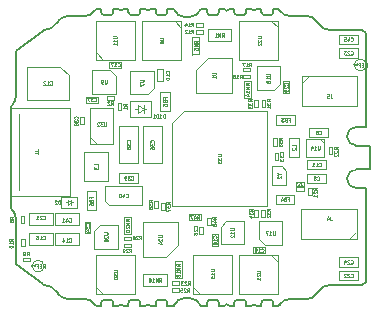
<source format=gbr>
G04 #@! TF.GenerationSoftware,KiCad,Pcbnew,6.0.4-6f826c9f35~116~ubuntu18.04.1*
G04 #@! TF.CreationDate,2022-03-27T23:14:13+02:00*
G04 #@! TF.ProjectId,ultimateFC,756c7469-6d61-4746-9546-432e6b696361,rev?*
G04 #@! TF.SameCoordinates,Original*
G04 #@! TF.FileFunction,AssemblyDrawing,Bot*
%FSLAX46Y46*%
G04 Gerber Fmt 4.6, Leading zero omitted, Abs format (unit mm)*
G04 Created by KiCad (PCBNEW 6.0.4-6f826c9f35~116~ubuntu18.04.1) date 2022-03-27 23:14:13*
%MOMM*%
%LPD*%
G01*
G04 APERTURE LIST*
G04 #@! TA.AperFunction,Profile*
%ADD10C,0.200000*%
G04 #@! TD*
%ADD11C,0.100000*%
%ADD12C,0.040000*%
%ADD13C,0.050000*%
%ADD14C,0.120000*%
%ADD15C,0.080000*%
G04 APERTURE END LIST*
D10*
X198000000Y-73000000D02*
X196820000Y-73000000D01*
X196820000Y-74600000D02*
X197020000Y-74600000D01*
X197020000Y-74600000D02*
X197600000Y-74600000D01*
X196020000Y-73800000D02*
G75*
G03*
X196820000Y-74600000I800000J0D01*
G01*
X196820000Y-73000000D02*
G75*
G03*
X196020000Y-73800000I0J-800000D01*
G01*
X180080000Y-59950000D02*
X180570000Y-59949602D01*
X180570000Y-59949600D02*
G75*
G03*
X180820000Y-59699602I0J250000D01*
G01*
X180820000Y-59400000D02*
X181340000Y-59400000D01*
X180820000Y-59400000D02*
X180820000Y-59699602D01*
X179819800Y-59700000D02*
G75*
G03*
X180080000Y-59950000I250200J0D01*
G01*
X196820000Y-69400000D02*
G75*
G03*
X196020000Y-70200000I0J-800000D01*
G01*
X197020000Y-69400000D02*
X197600000Y-69400000D01*
X196820000Y-69400000D02*
X197020000Y-69400000D01*
X182700000Y-60100000D02*
X182300000Y-60100000D01*
X181367432Y-59460994D02*
X181340000Y-59400000D01*
X181367432Y-59460994D02*
G75*
G03*
X182300000Y-60100000I932568J360994D01*
G01*
X179820000Y-59400000D02*
X179470000Y-59400000D01*
X179820000Y-59400000D02*
X179820000Y-59699602D01*
X179170000Y-59560555D02*
G75*
G03*
X179470000Y-59400000I0J360555D01*
G01*
X178260000Y-59949999D02*
G75*
G03*
X178520199Y-59700000I10000J249999D01*
G01*
X178260000Y-59950000D02*
X177780000Y-59950000D01*
X178520001Y-59400000D02*
X178520000Y-59699602D01*
X175960000Y-59949999D02*
G75*
G03*
X176220199Y-59700000I10000J249999D01*
G01*
X176220001Y-59400000D02*
X176220000Y-59699601D01*
X177519800Y-59700000D02*
G75*
G03*
X177780000Y-59950000I250200J0D01*
G01*
X177520000Y-59400000D02*
X177520000Y-59699602D01*
X175220000Y-59400000D02*
X175220000Y-59699602D01*
X175960000Y-59950000D02*
X175480000Y-59950000D01*
X175219800Y-59700000D02*
G75*
G03*
X175480000Y-59950000I250200J0D01*
G01*
X174698768Y-59536778D02*
X174675268Y-59549435D01*
X178520001Y-59400000D02*
X178870000Y-59400000D01*
X178869999Y-59400000D02*
G75*
G03*
X179169999Y-59560556I300001J200000D01*
G01*
X177520000Y-59400000D02*
X177170000Y-59400000D01*
X176870000Y-59560555D02*
G75*
G03*
X177170000Y-59400000I0J360555D01*
G01*
X176220001Y-59400000D02*
X176570000Y-59400000D01*
X176569999Y-59400000D02*
G75*
G03*
X176869999Y-59560556I300001J200000D01*
G01*
X174698768Y-59536778D02*
G75*
G03*
X174870001Y-59400000I-128768J336778D01*
G01*
X175220000Y-59400000D02*
X174870001Y-59400000D01*
X184180000Y-59400000D02*
X183660000Y-59400000D01*
X184920000Y-59949999D02*
G75*
G03*
X185180199Y-59700000I10000J249999D01*
G01*
X184180000Y-59400000D02*
X184180000Y-59699602D01*
X184179999Y-59699602D02*
G75*
G03*
X184430001Y-59949601I250001J2D01*
G01*
X184920000Y-59950000D02*
X184430000Y-59949602D01*
X185180000Y-59400000D02*
X185530000Y-59400000D01*
X185530000Y-59400000D02*
G75*
G03*
X185830000Y-59560555I300000J200000D01*
G01*
X185180000Y-59400000D02*
X185180000Y-59699601D01*
X188779999Y-59400000D02*
X188780000Y-59699601D01*
X186479800Y-59700000D02*
G75*
G03*
X186740000Y-59950000I250200J0D01*
G01*
X187480000Y-59400000D02*
X187480000Y-59699602D01*
X186740000Y-59950000D02*
X187219999Y-59950000D01*
X187219999Y-59949998D02*
G75*
G03*
X187480198Y-59700000I10001J249998D01*
G01*
X186479999Y-59400000D02*
X186480000Y-59699601D01*
X188779800Y-59700000D02*
G75*
G03*
X189040000Y-59950000I250200J0D01*
G01*
X189780000Y-59400000D02*
X189780000Y-59699602D01*
X189040000Y-59950000D02*
X189520000Y-59950000D01*
X186479999Y-59400000D02*
X186130000Y-59400000D01*
X189780000Y-59400000D02*
X190129999Y-59400000D01*
X188130001Y-59560555D02*
G75*
G03*
X188430000Y-59400000I-1J360555D01*
G01*
X189520000Y-59949999D02*
G75*
G03*
X189780199Y-59700000I10000J249999D01*
G01*
X187830000Y-59400000D02*
G75*
G03*
X188130001Y-59560555I300000J200000D01*
G01*
X187480000Y-59400000D02*
X187830000Y-59400000D01*
X190301232Y-59536777D02*
X190324732Y-59549435D01*
X185830002Y-59560555D02*
G75*
G03*
X186130000Y-59400000I-2J360555D01*
G01*
X190129999Y-59400000D02*
G75*
G03*
X190301232Y-59536778I300001J200000D01*
G01*
X188779999Y-59400000D02*
X188430000Y-59400000D01*
X183632567Y-59460994D02*
X183660000Y-59400000D01*
X182700000Y-60100000D02*
G75*
G03*
X183632568Y-59460994I0J1000000D01*
G01*
X180820000Y-84600000D02*
X181340000Y-84600000D01*
X180080000Y-84050001D02*
G75*
G03*
X179819801Y-84300000I-10000J-249999D01*
G01*
X180820000Y-84600000D02*
X180820000Y-84300398D01*
X180820002Y-84300398D02*
G75*
G03*
X180570000Y-84050398I-250002J-2D01*
G01*
X180080000Y-84050000D02*
X180570000Y-84050398D01*
X179820000Y-84600000D02*
X179470000Y-84600000D01*
X179470000Y-84600000D02*
G75*
G03*
X179170000Y-84439445I-300000J-200000D01*
G01*
X179820000Y-84600000D02*
X179820000Y-84300398D01*
X176220001Y-84600000D02*
X176220000Y-84300399D01*
X178520200Y-84300000D02*
G75*
G03*
X178260000Y-84050000I-250200J0D01*
G01*
X177520000Y-84600000D02*
X177520000Y-84300398D01*
X178260000Y-84050000D02*
X177780000Y-84050000D01*
X177780000Y-84050001D02*
G75*
G03*
X177519801Y-84300000I-10000J-249999D01*
G01*
X178520001Y-84600000D02*
X178520000Y-84300398D01*
X176220200Y-84300000D02*
G75*
G03*
X175960000Y-84050000I-250200J0D01*
G01*
X175220000Y-84600000D02*
X175220000Y-84300398D01*
X175960000Y-84050000D02*
X175480000Y-84050000D01*
X178520001Y-84600000D02*
X178870000Y-84600000D01*
X175220000Y-84600000D02*
X174870001Y-84600000D01*
X176869999Y-84439445D02*
G75*
G03*
X176570000Y-84600000I1J-360555D01*
G01*
X175480000Y-84050001D02*
G75*
G03*
X175219801Y-84300000I-10000J-249999D01*
G01*
X177170000Y-84600000D02*
G75*
G03*
X176870000Y-84439445I-300000J-200000D01*
G01*
X177520000Y-84600000D02*
X177170000Y-84600000D01*
X174698768Y-84463222D02*
X174675268Y-84450565D01*
X179169999Y-84439445D02*
G75*
G03*
X178870000Y-84600000I1J-360555D01*
G01*
X174870001Y-84600000D02*
G75*
G03*
X174698768Y-84463222I-300001J-200000D01*
G01*
X176220001Y-84600000D02*
X176570000Y-84600000D01*
X184180000Y-84600000D02*
X184180000Y-84300398D01*
X188779999Y-84600000D02*
X188780000Y-84300399D01*
X187480200Y-84300000D02*
G75*
G03*
X187219999Y-84050000I-250200J0D01*
G01*
X185180000Y-84600000D02*
X185180000Y-84300399D01*
X186740000Y-84050000D02*
X187219999Y-84050000D01*
X186479999Y-84600000D02*
X186480000Y-84300399D01*
X189040000Y-84050001D02*
G75*
G03*
X188779801Y-84300000I-10000J-249999D01*
G01*
X190301232Y-84463222D02*
G75*
G03*
X190129999Y-84600000I128768J-336778D01*
G01*
X186740000Y-84050001D02*
G75*
G03*
X186479801Y-84300000I-10000J-249999D01*
G01*
X189780000Y-84600000D02*
X190129999Y-84600000D01*
X188130001Y-84439445D02*
G75*
G03*
X187830000Y-84600000I-1J-360555D01*
G01*
X185830000Y-84439445D02*
G75*
G03*
X185530000Y-84600000I0J-360555D01*
G01*
X187480000Y-84600000D02*
X187480000Y-84300398D01*
X184430001Y-84050400D02*
G75*
G03*
X184180000Y-84300398I-1J-250000D01*
G01*
X188779999Y-84600000D02*
X188430000Y-84600000D01*
X188430001Y-84600000D02*
G75*
G03*
X188130001Y-84439444I-300001J-200000D01*
G01*
X189780200Y-84300000D02*
G75*
G03*
X189520000Y-84050000I-250200J0D01*
G01*
X184920000Y-84050000D02*
X184430000Y-84050398D01*
X184180000Y-84600000D02*
X183660000Y-84600000D01*
X187480000Y-84600000D02*
X187830000Y-84600000D01*
X186130001Y-84600000D02*
G75*
G03*
X185830002Y-84439444I-300001J-200000D01*
G01*
X183632568Y-84539006D02*
G75*
G03*
X182700000Y-83900000I-932568J-360994D01*
G01*
X185180200Y-84300000D02*
G75*
G03*
X184920000Y-84050000I-250200J0D01*
G01*
X189780000Y-84600000D02*
X189780000Y-84300398D01*
X189040000Y-84050000D02*
X189520000Y-84050000D01*
X186479999Y-84600000D02*
X186130000Y-84600000D01*
X190301232Y-84463223D02*
X190324732Y-84450565D01*
X185180000Y-84600000D02*
X185530000Y-84600000D01*
X183632567Y-84539006D02*
X183660000Y-84600000D01*
X181367432Y-84539006D02*
X181340000Y-84600000D01*
X182300000Y-83900000D02*
G75*
G03*
X181367432Y-84539006I0J-1000000D01*
G01*
X182700000Y-83900000D02*
X182300000Y-83900000D01*
X191250326Y-83968348D02*
G75*
G03*
X190324732Y-84450565I-50626J-1032252D01*
G01*
X195072693Y-82785418D02*
G75*
G03*
X194750000Y-82750000I-323893J-1463282D01*
G01*
X192624881Y-83994654D02*
X191250328Y-83968303D01*
X197600000Y-82500000D02*
X197300000Y-82800000D01*
X193403000Y-83584694D02*
X193469647Y-83471754D01*
X197600000Y-74600000D02*
X197600000Y-82500000D01*
X195150000Y-82800000D02*
X197300000Y-82800000D01*
X195072691Y-82785428D02*
X195150000Y-82800000D01*
X194750000Y-82749942D02*
G75*
G03*
X193469647Y-83471754I1300J-1498758D01*
G01*
X192624881Y-83994657D02*
G75*
G03*
X193403000Y-83584694I-21881J984957D01*
G01*
X171600020Y-83574985D02*
G75*
G03*
X172300790Y-83956406I771280J582585D01*
G01*
X172300002Y-60043627D02*
G75*
G03*
X171600000Y-60425000I71298J-963973D01*
G01*
X168000000Y-63000000D02*
X170250000Y-61250000D01*
X171531783Y-60529123D02*
X171600000Y-60425000D01*
X168000000Y-63000000D02*
X168000000Y-66750000D01*
X167600000Y-67700000D02*
X167600000Y-72150000D01*
X172300790Y-83956406D02*
X173799998Y-83967062D01*
X167706139Y-67555170D02*
G75*
G03*
X168000000Y-66750000I-956139J805170D01*
G01*
X171531783Y-83470877D02*
X171600000Y-83575000D01*
X168000000Y-81000000D02*
X170250000Y-82750000D01*
X174675305Y-84450540D02*
G75*
G03*
X173799998Y-83967062I-875005J-550060D01*
G01*
X172300790Y-60043594D02*
X173799998Y-60032938D01*
X171531783Y-83470877D02*
G75*
G03*
X170250000Y-82750000I-1281783J-779123D01*
G01*
X167600000Y-67700000D02*
X167706139Y-67555170D01*
X170250000Y-61250000D02*
G75*
G03*
X171531783Y-60529123I0J1500000D01*
G01*
X167600000Y-76300001D02*
X167600000Y-72150000D01*
X168000000Y-77250001D02*
G75*
G03*
X167706139Y-76444831I-1250000J1D01*
G01*
X168000000Y-81000000D02*
X168000000Y-77250001D01*
X167600000Y-76300001D02*
X167706139Y-76444831D01*
X173800000Y-60032894D02*
G75*
G03*
X174675268Y-59549437I300J1033494D01*
G01*
X192624881Y-60005346D02*
X191250328Y-60031697D01*
X198000000Y-71000000D02*
X196820000Y-71000000D01*
X193469697Y-60528216D02*
G75*
G03*
X194750000Y-61250000I1281603J776916D01*
G01*
X197600000Y-61500000D02*
X197300000Y-61200000D01*
X190324694Y-59549459D02*
G75*
G03*
X191250328Y-60031697I875006J550059D01*
G01*
X198000000Y-71000000D02*
X198000000Y-73000000D01*
X195072691Y-61214572D02*
X195150000Y-61200000D01*
X193403000Y-60415306D02*
X193469647Y-60528246D01*
X195150000Y-61200000D02*
X197300000Y-61200000D01*
X197600000Y-69400000D02*
X197600000Y-61500000D01*
X196020000Y-70200000D02*
G75*
G03*
X196820000Y-71000000I800000J0D01*
G01*
X194750000Y-61249990D02*
G75*
G03*
X195072691Y-61214572I-1200J1498690D01*
G01*
X193402998Y-60415307D02*
G75*
G03*
X192624881Y-60005346I-799998J-574993D01*
G01*
D11*
X181975000Y-61025000D02*
X181425000Y-60475000D01*
X192775000Y-65125000D02*
X192225000Y-65675000D01*
X196825000Y-78275000D02*
X196275000Y-78825000D01*
X190175000Y-60975000D02*
X189625000Y-60425000D01*
X175350000Y-83525000D02*
X174800000Y-82975000D01*
X190175000Y-80825000D02*
X189625000Y-80275000D01*
X175375000Y-63725000D02*
X174825000Y-63175000D01*
X174825000Y-70825000D02*
X174275000Y-70275000D01*
X183575000Y-83525000D02*
X183025000Y-82975000D01*
D12*
X193660000Y-69987142D02*
X193674285Y-70001428D01*
X193717142Y-70015714D01*
X193745714Y-70015714D01*
X193788571Y-70001428D01*
X193817142Y-69972857D01*
X193831428Y-69944285D01*
X193845714Y-69887142D01*
X193845714Y-69844285D01*
X193831428Y-69787142D01*
X193817142Y-69758571D01*
X193788571Y-69730000D01*
X193745714Y-69715714D01*
X193717142Y-69715714D01*
X193674285Y-69730000D01*
X193660000Y-69744285D01*
X193402857Y-69715714D02*
X193460000Y-69715714D01*
X193488571Y-69730000D01*
X193502857Y-69744285D01*
X193531428Y-69787142D01*
X193545714Y-69844285D01*
X193545714Y-69958571D01*
X193531428Y-69987142D01*
X193517142Y-70001428D01*
X193488571Y-70015714D01*
X193431428Y-70015714D01*
X193402857Y-70001428D01*
X193388571Y-69987142D01*
X193374285Y-69958571D01*
X193374285Y-69887142D01*
X193388571Y-69858571D01*
X193402857Y-69844285D01*
X193431428Y-69830000D01*
X193488571Y-69830000D01*
X193517142Y-69844285D01*
X193531428Y-69858571D01*
X193545714Y-69887142D01*
X193487500Y-73867142D02*
X193501785Y-73881428D01*
X193544642Y-73895714D01*
X193573214Y-73895714D01*
X193616071Y-73881428D01*
X193644642Y-73852857D01*
X193658928Y-73824285D01*
X193673214Y-73767142D01*
X193673214Y-73724285D01*
X193658928Y-73667142D01*
X193644642Y-73638571D01*
X193616071Y-73610000D01*
X193573214Y-73595714D01*
X193544642Y-73595714D01*
X193501785Y-73610000D01*
X193487500Y-73624285D01*
X193316071Y-73724285D02*
X193344642Y-73710000D01*
X193358928Y-73695714D01*
X193373214Y-73667142D01*
X193373214Y-73652857D01*
X193358928Y-73624285D01*
X193344642Y-73610000D01*
X193316071Y-73595714D01*
X193258928Y-73595714D01*
X193230357Y-73610000D01*
X193216071Y-73624285D01*
X193201785Y-73652857D01*
X193201785Y-73667142D01*
X193216071Y-73695714D01*
X193230357Y-73710000D01*
X193258928Y-73724285D01*
X193316071Y-73724285D01*
X193344642Y-73738571D01*
X193358928Y-73752857D01*
X193373214Y-73781428D01*
X193373214Y-73838571D01*
X193358928Y-73867142D01*
X193344642Y-73881428D01*
X193316071Y-73895714D01*
X193258928Y-73895714D01*
X193230357Y-73881428D01*
X193216071Y-73867142D01*
X193201785Y-73838571D01*
X193201785Y-73781428D01*
X193216071Y-73752857D01*
X193230357Y-73738571D01*
X193258928Y-73724285D01*
X193655357Y-72717142D02*
X193669642Y-72731428D01*
X193712500Y-72745714D01*
X193741071Y-72745714D01*
X193783928Y-72731428D01*
X193812500Y-72702857D01*
X193826785Y-72674285D01*
X193841071Y-72617142D01*
X193841071Y-72574285D01*
X193826785Y-72517142D01*
X193812500Y-72488571D01*
X193783928Y-72460000D01*
X193741071Y-72445714D01*
X193712500Y-72445714D01*
X193669642Y-72460000D01*
X193655357Y-72474285D01*
X193369642Y-72745714D02*
X193541071Y-72745714D01*
X193455357Y-72745714D02*
X193455357Y-72445714D01*
X193483928Y-72488571D01*
X193512500Y-72517142D01*
X193541071Y-72531428D01*
X193083928Y-72745714D02*
X193255357Y-72745714D01*
X193169642Y-72745714D02*
X193169642Y-72445714D01*
X193198214Y-72488571D01*
X193226785Y-72517142D01*
X193255357Y-72531428D01*
X191675714Y-71082500D02*
X191675714Y-70939642D01*
X191375714Y-70939642D01*
X191404285Y-71168214D02*
X191390000Y-71182500D01*
X191375714Y-71211071D01*
X191375714Y-71282500D01*
X191390000Y-71311071D01*
X191404285Y-71325357D01*
X191432857Y-71339642D01*
X191461428Y-71339642D01*
X191504285Y-71325357D01*
X191675714Y-71153928D01*
X191675714Y-71339642D01*
X180185714Y-61871428D02*
X180428571Y-61871428D01*
X180457142Y-61885714D01*
X180471428Y-61900000D01*
X180485714Y-61928571D01*
X180485714Y-61985714D01*
X180471428Y-62014285D01*
X180457142Y-62028571D01*
X180428571Y-62042857D01*
X180185714Y-62042857D01*
X180314285Y-62228571D02*
X180300000Y-62200000D01*
X180285714Y-62185714D01*
X180257142Y-62171428D01*
X180242857Y-62171428D01*
X180214285Y-62185714D01*
X180200000Y-62200000D01*
X180185714Y-62228571D01*
X180185714Y-62285714D01*
X180200000Y-62314285D01*
X180214285Y-62328571D01*
X180242857Y-62342857D01*
X180257142Y-62342857D01*
X180285714Y-62328571D01*
X180300000Y-62314285D01*
X180314285Y-62285714D01*
X180314285Y-62228571D01*
X180328571Y-62200000D01*
X180342857Y-62185714D01*
X180371428Y-62171428D01*
X180428571Y-62171428D01*
X180457142Y-62185714D01*
X180471428Y-62200000D01*
X180485714Y-62228571D01*
X180485714Y-62285714D01*
X180471428Y-62314285D01*
X180457142Y-62328571D01*
X180428571Y-62342857D01*
X180371428Y-62342857D01*
X180342857Y-62328571D01*
X180328571Y-62314285D01*
X180314285Y-62285714D01*
X180947142Y-64837142D02*
X180961428Y-64822857D01*
X180975714Y-64780000D01*
X180975714Y-64751428D01*
X180961428Y-64708571D01*
X180932857Y-64680000D01*
X180904285Y-64665714D01*
X180847142Y-64651428D01*
X180804285Y-64651428D01*
X180747142Y-64665714D01*
X180718571Y-64680000D01*
X180690000Y-64708571D01*
X180675714Y-64751428D01*
X180675714Y-64780000D01*
X180690000Y-64822857D01*
X180704285Y-64837142D01*
X180975714Y-65122857D02*
X180975714Y-64951428D01*
X180975714Y-65037142D02*
X180675714Y-65037142D01*
X180718571Y-65008571D01*
X180747142Y-64980000D01*
X180761428Y-64951428D01*
X180675714Y-65308571D02*
X180675714Y-65337142D01*
X180690000Y-65365714D01*
X180704285Y-65380000D01*
X180732857Y-65394285D01*
X180790000Y-65408571D01*
X180861428Y-65408571D01*
X180918571Y-65394285D01*
X180947142Y-65380000D01*
X180961428Y-65365714D01*
X180975714Y-65337142D01*
X180975714Y-65308571D01*
X180961428Y-65280000D01*
X180947142Y-65265714D01*
X180918571Y-65251428D01*
X180861428Y-65237142D01*
X180790000Y-65237142D01*
X180732857Y-65251428D01*
X180704285Y-65265714D01*
X180690000Y-65280000D01*
X180675714Y-65308571D01*
X178505714Y-65421428D02*
X178748571Y-65421428D01*
X178777142Y-65435714D01*
X178791428Y-65450000D01*
X178805714Y-65478571D01*
X178805714Y-65535714D01*
X178791428Y-65564285D01*
X178777142Y-65578571D01*
X178748571Y-65592857D01*
X178505714Y-65592857D01*
X178505714Y-65707142D02*
X178505714Y-65907142D01*
X178805714Y-65778571D01*
X175668571Y-65435714D02*
X175668571Y-65678571D01*
X175654285Y-65707142D01*
X175640000Y-65721428D01*
X175611428Y-65735714D01*
X175554285Y-65735714D01*
X175525714Y-65721428D01*
X175511428Y-65707142D01*
X175497142Y-65678571D01*
X175497142Y-65435714D01*
X175340000Y-65735714D02*
X175282857Y-65735714D01*
X175254285Y-65721428D01*
X175240000Y-65707142D01*
X175211428Y-65664285D01*
X175197142Y-65607142D01*
X175197142Y-65492857D01*
X175211428Y-65464285D01*
X175225714Y-65450000D01*
X175254285Y-65435714D01*
X175311428Y-65435714D01*
X175340000Y-65450000D01*
X175354285Y-65464285D01*
X175368571Y-65492857D01*
X175368571Y-65564285D01*
X175354285Y-65592857D01*
X175340000Y-65607142D01*
X175311428Y-65621428D01*
X175254285Y-65621428D01*
X175225714Y-65607142D01*
X175211428Y-65592857D01*
X175197142Y-65564285D01*
X176235714Y-61728571D02*
X176478571Y-61728571D01*
X176507142Y-61742857D01*
X176521428Y-61757142D01*
X176535714Y-61785714D01*
X176535714Y-61842857D01*
X176521428Y-61871428D01*
X176507142Y-61885714D01*
X176478571Y-61900000D01*
X176235714Y-61900000D01*
X176535714Y-62200000D02*
X176535714Y-62028571D01*
X176535714Y-62114285D02*
X176235714Y-62114285D01*
X176278571Y-62085714D01*
X176307142Y-62057142D01*
X176321428Y-62028571D01*
X176535714Y-62485714D02*
X176535714Y-62314285D01*
X176535714Y-62400000D02*
X176235714Y-62400000D01*
X176278571Y-62371428D01*
X176307142Y-62342857D01*
X176321428Y-62314285D01*
X176607857Y-64257142D02*
X176622142Y-64271428D01*
X176665000Y-64285714D01*
X176693571Y-64285714D01*
X176736428Y-64271428D01*
X176765000Y-64242857D01*
X176779285Y-64214285D01*
X176793571Y-64157142D01*
X176793571Y-64114285D01*
X176779285Y-64057142D01*
X176765000Y-64028571D01*
X176736428Y-64000000D01*
X176693571Y-63985714D01*
X176665000Y-63985714D01*
X176622142Y-64000000D01*
X176607857Y-64014285D01*
X176322142Y-64285714D02*
X176493571Y-64285714D01*
X176407857Y-64285714D02*
X176407857Y-63985714D01*
X176436428Y-64028571D01*
X176465000Y-64057142D01*
X176493571Y-64071428D01*
X176222142Y-63985714D02*
X176022142Y-63985714D01*
X176150714Y-64285714D01*
X177657142Y-70707142D02*
X177671428Y-70692857D01*
X177685714Y-70650000D01*
X177685714Y-70621428D01*
X177671428Y-70578571D01*
X177642857Y-70550000D01*
X177614285Y-70535714D01*
X177557142Y-70521428D01*
X177514285Y-70521428D01*
X177457142Y-70535714D01*
X177428571Y-70550000D01*
X177400000Y-70578571D01*
X177385714Y-70621428D01*
X177385714Y-70650000D01*
X177400000Y-70692857D01*
X177414285Y-70707142D01*
X177385714Y-70807142D02*
X177385714Y-70992857D01*
X177500000Y-70892857D01*
X177500000Y-70935714D01*
X177514285Y-70964285D01*
X177528571Y-70978571D01*
X177557142Y-70992857D01*
X177628571Y-70992857D01*
X177657142Y-70978571D01*
X177671428Y-70964285D01*
X177685714Y-70935714D01*
X177685714Y-70850000D01*
X177671428Y-70821428D01*
X177657142Y-70807142D01*
X177385714Y-71264285D02*
X177385714Y-71121428D01*
X177528571Y-71107142D01*
X177514285Y-71121428D01*
X177500000Y-71150000D01*
X177500000Y-71221428D01*
X177514285Y-71250000D01*
X177528571Y-71264285D01*
X177557142Y-71278571D01*
X177628571Y-71278571D01*
X177657142Y-71264285D01*
X177671428Y-71250000D01*
X177685714Y-71221428D01*
X177685714Y-71150000D01*
X177671428Y-71121428D01*
X177657142Y-71107142D01*
X179657142Y-70707142D02*
X179671428Y-70692857D01*
X179685714Y-70650000D01*
X179685714Y-70621428D01*
X179671428Y-70578571D01*
X179642857Y-70550000D01*
X179614285Y-70535714D01*
X179557142Y-70521428D01*
X179514285Y-70521428D01*
X179457142Y-70535714D01*
X179428571Y-70550000D01*
X179400000Y-70578571D01*
X179385714Y-70621428D01*
X179385714Y-70650000D01*
X179400000Y-70692857D01*
X179414285Y-70707142D01*
X179385714Y-70807142D02*
X179385714Y-70992857D01*
X179500000Y-70892857D01*
X179500000Y-70935714D01*
X179514285Y-70964285D01*
X179528571Y-70978571D01*
X179557142Y-70992857D01*
X179628571Y-70992857D01*
X179657142Y-70978571D01*
X179671428Y-70964285D01*
X179685714Y-70935714D01*
X179685714Y-70850000D01*
X179671428Y-70821428D01*
X179657142Y-70807142D01*
X179385714Y-71250000D02*
X179385714Y-71192857D01*
X179400000Y-71164285D01*
X179414285Y-71150000D01*
X179457142Y-71121428D01*
X179514285Y-71107142D01*
X179628571Y-71107142D01*
X179657142Y-71121428D01*
X179671428Y-71135714D01*
X179685714Y-71164285D01*
X179685714Y-71221428D01*
X179671428Y-71250000D01*
X179657142Y-71264285D01*
X179628571Y-71278571D01*
X179557142Y-71278571D01*
X179528571Y-71264285D01*
X179514285Y-71250000D01*
X179500000Y-71221428D01*
X179500000Y-71164285D01*
X179514285Y-71135714D01*
X179528571Y-71121428D01*
X179557142Y-71107142D01*
X174627857Y-67207142D02*
X174642142Y-67221428D01*
X174685000Y-67235714D01*
X174713571Y-67235714D01*
X174756428Y-67221428D01*
X174785000Y-67192857D01*
X174799285Y-67164285D01*
X174813571Y-67107142D01*
X174813571Y-67064285D01*
X174799285Y-67007142D01*
X174785000Y-66978571D01*
X174756428Y-66950000D01*
X174713571Y-66935714D01*
X174685000Y-66935714D01*
X174642142Y-66950000D01*
X174627857Y-66964285D01*
X174527857Y-66935714D02*
X174342142Y-66935714D01*
X174442142Y-67050000D01*
X174399285Y-67050000D01*
X174370714Y-67064285D01*
X174356428Y-67078571D01*
X174342142Y-67107142D01*
X174342142Y-67178571D01*
X174356428Y-67207142D01*
X174370714Y-67221428D01*
X174399285Y-67235714D01*
X174485000Y-67235714D01*
X174513571Y-67221428D01*
X174527857Y-67207142D01*
X174242142Y-66935714D02*
X174042142Y-66935714D01*
X174170714Y-67235714D01*
X173207142Y-68707142D02*
X173221428Y-68692857D01*
X173235714Y-68650000D01*
X173235714Y-68621428D01*
X173221428Y-68578571D01*
X173192857Y-68550000D01*
X173164285Y-68535714D01*
X173107142Y-68521428D01*
X173064285Y-68521428D01*
X173007142Y-68535714D01*
X172978571Y-68550000D01*
X172950000Y-68578571D01*
X172935714Y-68621428D01*
X172935714Y-68650000D01*
X172950000Y-68692857D01*
X172964285Y-68707142D01*
X172935714Y-68807142D02*
X172935714Y-68992857D01*
X173050000Y-68892857D01*
X173050000Y-68935714D01*
X173064285Y-68964285D01*
X173078571Y-68978571D01*
X173107142Y-68992857D01*
X173178571Y-68992857D01*
X173207142Y-68978571D01*
X173221428Y-68964285D01*
X173235714Y-68935714D01*
X173235714Y-68850000D01*
X173221428Y-68821428D01*
X173207142Y-68807142D01*
X173064285Y-69164285D02*
X173050000Y-69135714D01*
X173035714Y-69121428D01*
X173007142Y-69107142D01*
X172992857Y-69107142D01*
X172964285Y-69121428D01*
X172950000Y-69135714D01*
X172935714Y-69164285D01*
X172935714Y-69221428D01*
X172950000Y-69250000D01*
X172964285Y-69264285D01*
X172992857Y-69278571D01*
X173007142Y-69278571D01*
X173035714Y-69264285D01*
X173050000Y-69250000D01*
X173064285Y-69221428D01*
X173064285Y-69164285D01*
X173078571Y-69135714D01*
X173092857Y-69121428D01*
X173121428Y-69107142D01*
X173178571Y-69107142D01*
X173207142Y-69121428D01*
X173221428Y-69135714D01*
X173235714Y-69164285D01*
X173235714Y-69221428D01*
X173221428Y-69250000D01*
X173207142Y-69264285D01*
X173178571Y-69278571D01*
X173121428Y-69278571D01*
X173092857Y-69264285D01*
X173078571Y-69250000D01*
X173064285Y-69221428D01*
X177755357Y-73857141D02*
X177769642Y-73871427D01*
X177812500Y-73885713D01*
X177841071Y-73885713D01*
X177883928Y-73871427D01*
X177912500Y-73842856D01*
X177926785Y-73814284D01*
X177941071Y-73757141D01*
X177941071Y-73714284D01*
X177926785Y-73657141D01*
X177912500Y-73628570D01*
X177883928Y-73599999D01*
X177841071Y-73585713D01*
X177812500Y-73585713D01*
X177769642Y-73599999D01*
X177755357Y-73614284D01*
X177655357Y-73585713D02*
X177469642Y-73585713D01*
X177569642Y-73699999D01*
X177526785Y-73699999D01*
X177498214Y-73714284D01*
X177483928Y-73728570D01*
X177469642Y-73757141D01*
X177469642Y-73828570D01*
X177483928Y-73857141D01*
X177498214Y-73871427D01*
X177526785Y-73885713D01*
X177612500Y-73885713D01*
X177641071Y-73871427D01*
X177655357Y-73857141D01*
X177326785Y-73885713D02*
X177269642Y-73885713D01*
X177241071Y-73871427D01*
X177226785Y-73857141D01*
X177198214Y-73814284D01*
X177183928Y-73757141D01*
X177183928Y-73642856D01*
X177198214Y-73614284D01*
X177212500Y-73599999D01*
X177241071Y-73585713D01*
X177298214Y-73585713D01*
X177326785Y-73599999D01*
X177341071Y-73614284D01*
X177355357Y-73642856D01*
X177355357Y-73714284D01*
X177341071Y-73742856D01*
X177326785Y-73757141D01*
X177298214Y-73771427D01*
X177241071Y-73771427D01*
X177212500Y-73757141D01*
X177198214Y-73742856D01*
X177183928Y-73714284D01*
X177292857Y-75357142D02*
X177307142Y-75371428D01*
X177350000Y-75385714D01*
X177378571Y-75385714D01*
X177421428Y-75371428D01*
X177450000Y-75342857D01*
X177464285Y-75314285D01*
X177478571Y-75257142D01*
X177478571Y-75214285D01*
X177464285Y-75157142D01*
X177450000Y-75128571D01*
X177421428Y-75100000D01*
X177378571Y-75085714D01*
X177350000Y-75085714D01*
X177307142Y-75100000D01*
X177292857Y-75114285D01*
X177035714Y-75185714D02*
X177035714Y-75385714D01*
X177107142Y-75071428D02*
X177178571Y-75285714D01*
X176992857Y-75285714D01*
X176821428Y-75085714D02*
X176792857Y-75085714D01*
X176764285Y-75100000D01*
X176750000Y-75114285D01*
X176735714Y-75142857D01*
X176721428Y-75200000D01*
X176721428Y-75271428D01*
X176735714Y-75328571D01*
X176750000Y-75357142D01*
X176764285Y-75371428D01*
X176792857Y-75385714D01*
X176821428Y-75385714D01*
X176850000Y-75371428D01*
X176864285Y-75357142D01*
X176878571Y-75328571D01*
X176892857Y-75271428D01*
X176892857Y-75200000D01*
X176878571Y-75142857D01*
X176864285Y-75114285D01*
X176850000Y-75100000D01*
X176821428Y-75085714D01*
X180603571Y-67012500D02*
X180603571Y-66912500D01*
X180760714Y-66912500D02*
X180460714Y-66912500D01*
X180460714Y-67055357D01*
X180603571Y-67269642D02*
X180617857Y-67312500D01*
X180632142Y-67326785D01*
X180660714Y-67341071D01*
X180703571Y-67341071D01*
X180732142Y-67326785D01*
X180746428Y-67312500D01*
X180760714Y-67283928D01*
X180760714Y-67169642D01*
X180460714Y-67169642D01*
X180460714Y-67269642D01*
X180475000Y-67298214D01*
X180489285Y-67312500D01*
X180517857Y-67326785D01*
X180546428Y-67326785D01*
X180575000Y-67312500D01*
X180589285Y-67298214D01*
X180603571Y-67269642D01*
X180603571Y-67169642D01*
X180460714Y-67612500D02*
X180460714Y-67469642D01*
X180603571Y-67455357D01*
X180589285Y-67469642D01*
X180575000Y-67498214D01*
X180575000Y-67569642D01*
X180589285Y-67598214D01*
X180603571Y-67612500D01*
X180632142Y-67626785D01*
X180703571Y-67626785D01*
X180732142Y-67612500D01*
X180746428Y-67598214D01*
X180760714Y-67569642D01*
X180760714Y-67498214D01*
X180746428Y-67469642D01*
X180732142Y-67455357D01*
X174353571Y-75425000D02*
X174353571Y-75325000D01*
X174510714Y-75325000D02*
X174210714Y-75325000D01*
X174210714Y-75467857D01*
X174353571Y-75682142D02*
X174367857Y-75725000D01*
X174382142Y-75739285D01*
X174410714Y-75753571D01*
X174453571Y-75753571D01*
X174482142Y-75739285D01*
X174496428Y-75725000D01*
X174510714Y-75696428D01*
X174510714Y-75582142D01*
X174210714Y-75582142D01*
X174210714Y-75682142D01*
X174225000Y-75710714D01*
X174239285Y-75725000D01*
X174267857Y-75739285D01*
X174296428Y-75739285D01*
X174325000Y-75725000D01*
X174339285Y-75710714D01*
X174353571Y-75682142D01*
X174353571Y-75582142D01*
X174210714Y-76010714D02*
X174210714Y-75953571D01*
X174225000Y-75925000D01*
X174239285Y-75910714D01*
X174282142Y-75882142D01*
X174339285Y-75867857D01*
X174453571Y-75867857D01*
X174482142Y-75882142D01*
X174496428Y-75896428D01*
X174510714Y-75925000D01*
X174510714Y-75982142D01*
X174496428Y-76010714D01*
X174482142Y-76025000D01*
X174453571Y-76039285D01*
X174382142Y-76039285D01*
X174353571Y-76025000D01*
X174339285Y-76010714D01*
X174325000Y-75982142D01*
X174325000Y-75925000D01*
X174339285Y-75896428D01*
X174353571Y-75882142D01*
X174382142Y-75867857D01*
X174935714Y-72700000D02*
X174935714Y-72557142D01*
X174635714Y-72557142D01*
X174635714Y-72771428D02*
X174635714Y-72957142D01*
X174750000Y-72857142D01*
X174750000Y-72900000D01*
X174764285Y-72928571D01*
X174778571Y-72942857D01*
X174807142Y-72957142D01*
X174878571Y-72957142D01*
X174907142Y-72942857D01*
X174921428Y-72928571D01*
X174935714Y-72900000D01*
X174935714Y-72814285D01*
X174921428Y-72785714D01*
X174907142Y-72771428D01*
D13*
X175621428Y-69035714D02*
X175621428Y-69278571D01*
X175607142Y-69307142D01*
X175592857Y-69321428D01*
X175564285Y-69335714D01*
X175507142Y-69335714D01*
X175478571Y-69321428D01*
X175464285Y-69307142D01*
X175450000Y-69278571D01*
X175450000Y-69035714D01*
X175335714Y-69035714D02*
X175150000Y-69035714D01*
X175250000Y-69150000D01*
X175207142Y-69150000D01*
X175178571Y-69164285D01*
X175164285Y-69178571D01*
X175150000Y-69207142D01*
X175150000Y-69278571D01*
X175164285Y-69307142D01*
X175178571Y-69321428D01*
X175207142Y-69335714D01*
X175292857Y-69335714D01*
X175321428Y-69321428D01*
X175335714Y-69307142D01*
X175035714Y-69064285D02*
X175021428Y-69050000D01*
X174992857Y-69035714D01*
X174921428Y-69035714D01*
X174892857Y-69050000D01*
X174878571Y-69064285D01*
X174864285Y-69092857D01*
X174864285Y-69121428D01*
X174878571Y-69164285D01*
X175050000Y-69335714D01*
X174864285Y-69335714D01*
D12*
X170892857Y-65807142D02*
X170907142Y-65821428D01*
X170950000Y-65835714D01*
X170978571Y-65835714D01*
X171021428Y-65821428D01*
X171050000Y-65792857D01*
X171064285Y-65764285D01*
X171078571Y-65707142D01*
X171078571Y-65664285D01*
X171064285Y-65607142D01*
X171050000Y-65578571D01*
X171021428Y-65550000D01*
X170978571Y-65535714D01*
X170950000Y-65535714D01*
X170907142Y-65550000D01*
X170892857Y-65564285D01*
X170607142Y-65835714D02*
X170778571Y-65835714D01*
X170692857Y-65835714D02*
X170692857Y-65535714D01*
X170721428Y-65578571D01*
X170750000Y-65607142D01*
X170778571Y-65621428D01*
X170492857Y-65564285D02*
X170478571Y-65550000D01*
X170450000Y-65535714D01*
X170378571Y-65535714D01*
X170350000Y-65550000D01*
X170335714Y-65564285D01*
X170321428Y-65592857D01*
X170321428Y-65621428D01*
X170335714Y-65664285D01*
X170507142Y-65835714D01*
X170321428Y-65835714D01*
X172492857Y-79107142D02*
X172507142Y-79121428D01*
X172550000Y-79135714D01*
X172578571Y-79135714D01*
X172621428Y-79121428D01*
X172650000Y-79092857D01*
X172664285Y-79064285D01*
X172678571Y-79007142D01*
X172678571Y-78964285D01*
X172664285Y-78907142D01*
X172650000Y-78878571D01*
X172621428Y-78850000D01*
X172578571Y-78835714D01*
X172550000Y-78835714D01*
X172507142Y-78850000D01*
X172492857Y-78864285D01*
X172207142Y-79135714D02*
X172378571Y-79135714D01*
X172292857Y-79135714D02*
X172292857Y-78835714D01*
X172321428Y-78878571D01*
X172350000Y-78907142D01*
X172378571Y-78921428D01*
X171950000Y-78935714D02*
X171950000Y-79135714D01*
X172021428Y-78821428D02*
X172092857Y-79035714D01*
X171907142Y-79035714D01*
X170292857Y-78907142D02*
X170307142Y-78921428D01*
X170350000Y-78935714D01*
X170378571Y-78935714D01*
X170421428Y-78921428D01*
X170450000Y-78892857D01*
X170464285Y-78864285D01*
X170478571Y-78807142D01*
X170478571Y-78764285D01*
X170464285Y-78707142D01*
X170450000Y-78678571D01*
X170421428Y-78650000D01*
X170378571Y-78635714D01*
X170350000Y-78635714D01*
X170307142Y-78650000D01*
X170292857Y-78664285D01*
X170007142Y-78935714D02*
X170178571Y-78935714D01*
X170092857Y-78935714D02*
X170092857Y-78635714D01*
X170121428Y-78678571D01*
X170150000Y-78707142D01*
X170178571Y-78721428D01*
X169735714Y-78635714D02*
X169878571Y-78635714D01*
X169892857Y-78778571D01*
X169878571Y-78764285D01*
X169850000Y-78750000D01*
X169778571Y-78750000D01*
X169750000Y-78764285D01*
X169735714Y-78778571D01*
X169721428Y-78807142D01*
X169721428Y-78878571D01*
X169735714Y-78907142D01*
X169750000Y-78921428D01*
X169778571Y-78935714D01*
X169850000Y-78935714D01*
X169878571Y-78921428D01*
X169892857Y-78907142D01*
X184957142Y-78777142D02*
X184971428Y-78762857D01*
X184985714Y-78720000D01*
X184985714Y-78691428D01*
X184971428Y-78648571D01*
X184942857Y-78620000D01*
X184914285Y-78605714D01*
X184857142Y-78591428D01*
X184814285Y-78591428D01*
X184757142Y-78605714D01*
X184728571Y-78620000D01*
X184700000Y-78648571D01*
X184685714Y-78691428D01*
X184685714Y-78720000D01*
X184700000Y-78762857D01*
X184714285Y-78777142D01*
X184985714Y-79062857D02*
X184985714Y-78891428D01*
X184985714Y-78977142D02*
X184685714Y-78977142D01*
X184728571Y-78948571D01*
X184757142Y-78920000D01*
X184771428Y-78891428D01*
X184685714Y-79320000D02*
X184685714Y-79262857D01*
X184700000Y-79234285D01*
X184714285Y-79220000D01*
X184757142Y-79191428D01*
X184814285Y-79177142D01*
X184928571Y-79177142D01*
X184957142Y-79191428D01*
X184971428Y-79205714D01*
X184985714Y-79234285D01*
X184985714Y-79291428D01*
X184971428Y-79320000D01*
X184957142Y-79334285D01*
X184928571Y-79348571D01*
X184857142Y-79348571D01*
X184828571Y-79334285D01*
X184814285Y-79320000D01*
X184800000Y-79291428D01*
X184800000Y-79234285D01*
X184814285Y-79205714D01*
X184828571Y-79191428D01*
X184857142Y-79177142D01*
X188777857Y-79967142D02*
X188792142Y-79981428D01*
X188835000Y-79995714D01*
X188863571Y-79995714D01*
X188906428Y-79981428D01*
X188935000Y-79952857D01*
X188949285Y-79924285D01*
X188963571Y-79867142D01*
X188963571Y-79824285D01*
X188949285Y-79767142D01*
X188935000Y-79738571D01*
X188906428Y-79710000D01*
X188863571Y-79695714D01*
X188835000Y-79695714D01*
X188792142Y-79710000D01*
X188777857Y-79724285D01*
X188492142Y-79995714D02*
X188663571Y-79995714D01*
X188577857Y-79995714D02*
X188577857Y-79695714D01*
X188606428Y-79738571D01*
X188635000Y-79767142D01*
X188663571Y-79781428D01*
X188349285Y-79995714D02*
X188292142Y-79995714D01*
X188263571Y-79981428D01*
X188249285Y-79967142D01*
X188220714Y-79924285D01*
X188206428Y-79867142D01*
X188206428Y-79752857D01*
X188220714Y-79724285D01*
X188235000Y-79710000D01*
X188263571Y-79695714D01*
X188320714Y-79695714D01*
X188349285Y-79710000D01*
X188363571Y-79724285D01*
X188377857Y-79752857D01*
X188377857Y-79824285D01*
X188363571Y-79852857D01*
X188349285Y-79867142D01*
X188320714Y-79881428D01*
X188263571Y-79881428D01*
X188235000Y-79867142D01*
X188220714Y-79852857D01*
X188206428Y-79824285D01*
X170292857Y-77207142D02*
X170307142Y-77221428D01*
X170350000Y-77235714D01*
X170378571Y-77235714D01*
X170421428Y-77221428D01*
X170450000Y-77192857D01*
X170464285Y-77164285D01*
X170478571Y-77107142D01*
X170478571Y-77064285D01*
X170464285Y-77007142D01*
X170450000Y-76978571D01*
X170421428Y-76950000D01*
X170378571Y-76935714D01*
X170350000Y-76935714D01*
X170307142Y-76950000D01*
X170292857Y-76964285D01*
X170178571Y-76964285D02*
X170164285Y-76950000D01*
X170135714Y-76935714D01*
X170064285Y-76935714D01*
X170035714Y-76950000D01*
X170021428Y-76964285D01*
X170007142Y-76992857D01*
X170007142Y-77021428D01*
X170021428Y-77064285D01*
X170192857Y-77235714D01*
X170007142Y-77235714D01*
X169721428Y-77235714D02*
X169892857Y-77235714D01*
X169807142Y-77235714D02*
X169807142Y-76935714D01*
X169835714Y-76978571D01*
X169864285Y-77007142D01*
X169892857Y-77021428D01*
X183307142Y-77952142D02*
X183321428Y-77937857D01*
X183335714Y-77895000D01*
X183335714Y-77866428D01*
X183321428Y-77823571D01*
X183292857Y-77795000D01*
X183264285Y-77780714D01*
X183207142Y-77766428D01*
X183164285Y-77766428D01*
X183107142Y-77780714D01*
X183078571Y-77795000D01*
X183050000Y-77823571D01*
X183035714Y-77866428D01*
X183035714Y-77895000D01*
X183050000Y-77937857D01*
X183064285Y-77952142D01*
X183064285Y-78066428D02*
X183050000Y-78080714D01*
X183035714Y-78109285D01*
X183035714Y-78180714D01*
X183050000Y-78209285D01*
X183064285Y-78223571D01*
X183092857Y-78237857D01*
X183121428Y-78237857D01*
X183164285Y-78223571D01*
X183335714Y-78052142D01*
X183335714Y-78237857D01*
X183164285Y-78409285D02*
X183150000Y-78380714D01*
X183135714Y-78366428D01*
X183107142Y-78352142D01*
X183092857Y-78352142D01*
X183064285Y-78366428D01*
X183050000Y-78380714D01*
X183035714Y-78409285D01*
X183035714Y-78466428D01*
X183050000Y-78495000D01*
X183064285Y-78509285D01*
X183092857Y-78523571D01*
X183107142Y-78523571D01*
X183135714Y-78509285D01*
X183150000Y-78495000D01*
X183164285Y-78466428D01*
X183164285Y-78409285D01*
X183178571Y-78380714D01*
X183192857Y-78366428D01*
X183221428Y-78352142D01*
X183278571Y-78352142D01*
X183307142Y-78366428D01*
X183321428Y-78380714D01*
X183335714Y-78409285D01*
X183335714Y-78466428D01*
X183321428Y-78495000D01*
X183307142Y-78509285D01*
X183278571Y-78523571D01*
X183221428Y-78523571D01*
X183192857Y-78509285D01*
X183178571Y-78495000D01*
X183164285Y-78466428D01*
X190987142Y-65852142D02*
X191001428Y-65837857D01*
X191015714Y-65795000D01*
X191015714Y-65766428D01*
X191001428Y-65723571D01*
X190972857Y-65695000D01*
X190944285Y-65680714D01*
X190887142Y-65666428D01*
X190844285Y-65666428D01*
X190787142Y-65680714D01*
X190758571Y-65695000D01*
X190730000Y-65723571D01*
X190715714Y-65766428D01*
X190715714Y-65795000D01*
X190730000Y-65837857D01*
X190744285Y-65852142D01*
X190744285Y-65966428D02*
X190730000Y-65980714D01*
X190715714Y-66009285D01*
X190715714Y-66080714D01*
X190730000Y-66109285D01*
X190744285Y-66123571D01*
X190772857Y-66137857D01*
X190801428Y-66137857D01*
X190844285Y-66123571D01*
X191015714Y-65952142D01*
X191015714Y-66137857D01*
X191015714Y-66280714D02*
X191015714Y-66337857D01*
X191001428Y-66366428D01*
X190987142Y-66380714D01*
X190944285Y-66409285D01*
X190887142Y-66423571D01*
X190772857Y-66423571D01*
X190744285Y-66409285D01*
X190730000Y-66395000D01*
X190715714Y-66366428D01*
X190715714Y-66309285D01*
X190730000Y-66280714D01*
X190744285Y-66266428D01*
X190772857Y-66252142D01*
X190844285Y-66252142D01*
X190872857Y-66266428D01*
X190887142Y-66280714D01*
X190901428Y-66309285D01*
X190901428Y-66366428D01*
X190887142Y-66395000D01*
X190872857Y-66409285D01*
X190844285Y-66423571D01*
X190607142Y-71707142D02*
X190621428Y-71692857D01*
X190635714Y-71650000D01*
X190635714Y-71621428D01*
X190621428Y-71578571D01*
X190592857Y-71550000D01*
X190564285Y-71535714D01*
X190507142Y-71521428D01*
X190464285Y-71521428D01*
X190407142Y-71535714D01*
X190378571Y-71550000D01*
X190350000Y-71578571D01*
X190335714Y-71621428D01*
X190335714Y-71650000D01*
X190350000Y-71692857D01*
X190364285Y-71707142D01*
X190335714Y-71807142D02*
X190335714Y-71992857D01*
X190450000Y-71892857D01*
X190450000Y-71935714D01*
X190464285Y-71964285D01*
X190478571Y-71978571D01*
X190507142Y-71992857D01*
X190578571Y-71992857D01*
X190607142Y-71978571D01*
X190621428Y-71964285D01*
X190635714Y-71935714D01*
X190635714Y-71850000D01*
X190621428Y-71821428D01*
X190607142Y-71807142D01*
X190335714Y-72092857D02*
X190335714Y-72278571D01*
X190450000Y-72178571D01*
X190450000Y-72221428D01*
X190464285Y-72250000D01*
X190478571Y-72264285D01*
X190507142Y-72278571D01*
X190578571Y-72278571D01*
X190607142Y-72264285D01*
X190621428Y-72250000D01*
X190635714Y-72221428D01*
X190635714Y-72135714D01*
X190621428Y-72107142D01*
X190607142Y-72092857D01*
X174167142Y-77727142D02*
X174181428Y-77712857D01*
X174195714Y-77670000D01*
X174195714Y-77641428D01*
X174181428Y-77598571D01*
X174152857Y-77570000D01*
X174124285Y-77555714D01*
X174067142Y-77541428D01*
X174024285Y-77541428D01*
X173967142Y-77555714D01*
X173938571Y-77570000D01*
X173910000Y-77598571D01*
X173895714Y-77641428D01*
X173895714Y-77670000D01*
X173910000Y-77712857D01*
X173924285Y-77727142D01*
X173895714Y-77827142D02*
X173895714Y-78012857D01*
X174010000Y-77912857D01*
X174010000Y-77955714D01*
X174024285Y-77984285D01*
X174038571Y-77998571D01*
X174067142Y-78012857D01*
X174138571Y-78012857D01*
X174167142Y-77998571D01*
X174181428Y-77984285D01*
X174195714Y-77955714D01*
X174195714Y-77870000D01*
X174181428Y-77841428D01*
X174167142Y-77827142D01*
X173995714Y-78270000D02*
X174195714Y-78270000D01*
X173881428Y-78198571D02*
X174095714Y-78127142D01*
X174095714Y-78312857D01*
X191092500Y-68798571D02*
X191192500Y-68798571D01*
X191192500Y-68955714D02*
X191192500Y-68655714D01*
X191049642Y-68655714D01*
X190835357Y-68798571D02*
X190792500Y-68812857D01*
X190778214Y-68827142D01*
X190763928Y-68855714D01*
X190763928Y-68898571D01*
X190778214Y-68927142D01*
X190792500Y-68941428D01*
X190821071Y-68955714D01*
X190935357Y-68955714D01*
X190935357Y-68655714D01*
X190835357Y-68655714D01*
X190806785Y-68670000D01*
X190792500Y-68684285D01*
X190778214Y-68712857D01*
X190778214Y-68741428D01*
X190792500Y-68770000D01*
X190806785Y-68784285D01*
X190835357Y-68798571D01*
X190935357Y-68798571D01*
X190663928Y-68655714D02*
X190478214Y-68655714D01*
X190578214Y-68770000D01*
X190535357Y-68770000D01*
X190506785Y-68784285D01*
X190492500Y-68798571D01*
X190478214Y-68827142D01*
X190478214Y-68898571D01*
X190492500Y-68927142D01*
X190506785Y-68941428D01*
X190535357Y-68955714D01*
X190621071Y-68955714D01*
X190649642Y-68941428D01*
X190663928Y-68927142D01*
X191030000Y-75518571D02*
X191130000Y-75518571D01*
X191130000Y-75675714D02*
X191130000Y-75375714D01*
X190987142Y-75375714D01*
X190772857Y-75518571D02*
X190730000Y-75532857D01*
X190715714Y-75547142D01*
X190701428Y-75575714D01*
X190701428Y-75618571D01*
X190715714Y-75647142D01*
X190730000Y-75661428D01*
X190758571Y-75675714D01*
X190872857Y-75675714D01*
X190872857Y-75375714D01*
X190772857Y-75375714D01*
X190744285Y-75390000D01*
X190730000Y-75404285D01*
X190715714Y-75432857D01*
X190715714Y-75461428D01*
X190730000Y-75490000D01*
X190744285Y-75504285D01*
X190772857Y-75518571D01*
X190872857Y-75518571D01*
X190444285Y-75475714D02*
X190444285Y-75675714D01*
X190515714Y-75361428D02*
X190587142Y-75575714D01*
X190401428Y-75575714D01*
D13*
X194610000Y-77005714D02*
X194610000Y-77220000D01*
X194624285Y-77262857D01*
X194652857Y-77291428D01*
X194695714Y-77305714D01*
X194724285Y-77305714D01*
X194338571Y-77105714D02*
X194338571Y-77305714D01*
X194410000Y-76991428D02*
X194481428Y-77205714D01*
X194295714Y-77205714D01*
X194650000Y-66660714D02*
X194650000Y-66875000D01*
X194664285Y-66917857D01*
X194692857Y-66946428D01*
X194735714Y-66960714D01*
X194764285Y-66960714D01*
X194364285Y-66660714D02*
X194507142Y-66660714D01*
X194521428Y-66803571D01*
X194507142Y-66789285D01*
X194478571Y-66775000D01*
X194407142Y-66775000D01*
X194378571Y-66789285D01*
X194364285Y-66803571D01*
X194350000Y-66832142D01*
X194350000Y-66903571D01*
X194364285Y-66932142D01*
X194378571Y-66946428D01*
X194407142Y-66960714D01*
X194478571Y-66960714D01*
X194507142Y-66946428D01*
X194521428Y-66932142D01*
X183385714Y-62292857D02*
X183242857Y-62192857D01*
X183385714Y-62121428D02*
X183085714Y-62121428D01*
X183085714Y-62235714D01*
X183100000Y-62264285D01*
X183114285Y-62278571D01*
X183142857Y-62292857D01*
X183185714Y-62292857D01*
X183214285Y-62278571D01*
X183228571Y-62264285D01*
X183242857Y-62235714D01*
X183242857Y-62121428D01*
X183385714Y-62421428D02*
X183085714Y-62421428D01*
X183385714Y-62592857D01*
X183085714Y-62592857D01*
X183085714Y-62878571D02*
X183085714Y-62735714D01*
X183228571Y-62721428D01*
X183214285Y-62735714D01*
X183200000Y-62764285D01*
X183200000Y-62835714D01*
X183214285Y-62864285D01*
X183228571Y-62878571D01*
X183257142Y-62892857D01*
X183328571Y-62892857D01*
X183357142Y-62878571D01*
X183371428Y-62864285D01*
X183385714Y-62835714D01*
X183385714Y-62764285D01*
X183371428Y-62735714D01*
X183357142Y-62721428D01*
X187735714Y-65900000D02*
X187592857Y-65800000D01*
X187735714Y-65728571D02*
X187435714Y-65728571D01*
X187435714Y-65842857D01*
X187450000Y-65871428D01*
X187464285Y-65885714D01*
X187492857Y-65900000D01*
X187535714Y-65900000D01*
X187564285Y-65885714D01*
X187578571Y-65871428D01*
X187592857Y-65842857D01*
X187592857Y-65728571D01*
X187735714Y-66028571D02*
X187435714Y-66028571D01*
X187735714Y-66200000D01*
X187435714Y-66200000D01*
X187735714Y-66500000D02*
X187735714Y-66328571D01*
X187735714Y-66414285D02*
X187435714Y-66414285D01*
X187478571Y-66385714D01*
X187507142Y-66357142D01*
X187521428Y-66328571D01*
X187535714Y-66757142D02*
X187735714Y-66757142D01*
X187421428Y-66685714D02*
X187635714Y-66614285D01*
X187635714Y-66800000D01*
D12*
X181885714Y-81200000D02*
X181742857Y-81100000D01*
X181885714Y-81028571D02*
X181585714Y-81028571D01*
X181585714Y-81142857D01*
X181600000Y-81171428D01*
X181614285Y-81185714D01*
X181642857Y-81200000D01*
X181685714Y-81200000D01*
X181714285Y-81185714D01*
X181728571Y-81171428D01*
X181742857Y-81142857D01*
X181742857Y-81028571D01*
X181885714Y-81328571D02*
X181585714Y-81328571D01*
X181885714Y-81500000D01*
X181585714Y-81500000D01*
X181885714Y-81800000D02*
X181885714Y-81628571D01*
X181885714Y-81714285D02*
X181585714Y-81714285D01*
X181628571Y-81685714D01*
X181657142Y-81657142D01*
X181671428Y-81628571D01*
X181714285Y-81971428D02*
X181700000Y-81942857D01*
X181685714Y-81928571D01*
X181657142Y-81914285D01*
X181642857Y-81914285D01*
X181614285Y-81928571D01*
X181600000Y-81942857D01*
X181585714Y-81971428D01*
X181585714Y-82028571D01*
X181600000Y-82057142D01*
X181614285Y-82071428D01*
X181642857Y-82085714D01*
X181657142Y-82085714D01*
X181685714Y-82071428D01*
X181700000Y-82057142D01*
X181714285Y-82028571D01*
X181714285Y-81971428D01*
X181728571Y-81942857D01*
X181742857Y-81928571D01*
X181771428Y-81914285D01*
X181828571Y-81914285D01*
X181857142Y-81928571D01*
X181871428Y-81942857D01*
X181885714Y-81971428D01*
X181885714Y-82028571D01*
X181871428Y-82057142D01*
X181857142Y-82071428D01*
X181828571Y-82085714D01*
X181771428Y-82085714D01*
X181742857Y-82071428D01*
X181728571Y-82057142D01*
X181714285Y-82028571D01*
X177585714Y-77400000D02*
X177442857Y-77300000D01*
X177585714Y-77228571D02*
X177285714Y-77228571D01*
X177285714Y-77342857D01*
X177300000Y-77371428D01*
X177314285Y-77385714D01*
X177342857Y-77400000D01*
X177385714Y-77400000D01*
X177414285Y-77385714D01*
X177428571Y-77371428D01*
X177442857Y-77342857D01*
X177442857Y-77228571D01*
X177585714Y-77528571D02*
X177285714Y-77528571D01*
X177585714Y-77700000D01*
X177285714Y-77700000D01*
X177314285Y-77828571D02*
X177300000Y-77842857D01*
X177285714Y-77871428D01*
X177285714Y-77942857D01*
X177300000Y-77971428D01*
X177314285Y-77985714D01*
X177342857Y-78000000D01*
X177371428Y-78000000D01*
X177414285Y-77985714D01*
X177585714Y-77814285D01*
X177585714Y-78000000D01*
X177285714Y-78185714D02*
X177285714Y-78214285D01*
X177300000Y-78242857D01*
X177314285Y-78257142D01*
X177342857Y-78271428D01*
X177400000Y-78285714D01*
X177471428Y-78285714D01*
X177528571Y-78271428D01*
X177557142Y-78257142D01*
X177571428Y-78242857D01*
X177585714Y-78214285D01*
X177585714Y-78185714D01*
X177571428Y-78157142D01*
X177557142Y-78142857D01*
X177528571Y-78128571D01*
X177471428Y-78114285D01*
X177400000Y-78114285D01*
X177342857Y-78128571D01*
X177314285Y-78142857D01*
X177300000Y-78157142D01*
X177285714Y-78185714D01*
X184615714Y-64821428D02*
X184858571Y-64821428D01*
X184887142Y-64835714D01*
X184901428Y-64850000D01*
X184915714Y-64878571D01*
X184915714Y-64935714D01*
X184901428Y-64964285D01*
X184887142Y-64978571D01*
X184858571Y-64992857D01*
X184615714Y-64992857D01*
X184915714Y-65292857D02*
X184915714Y-65121428D01*
X184915714Y-65207142D02*
X184615714Y-65207142D01*
X184658571Y-65178571D01*
X184687142Y-65150000D01*
X184701428Y-65121428D01*
X186155714Y-77978571D02*
X186398571Y-77978571D01*
X186427142Y-77992857D01*
X186441428Y-78007142D01*
X186455714Y-78035714D01*
X186455714Y-78092857D01*
X186441428Y-78121428D01*
X186427142Y-78135714D01*
X186398571Y-78150000D01*
X186155714Y-78150000D01*
X186455714Y-78450000D02*
X186455714Y-78278571D01*
X186455714Y-78364285D02*
X186155714Y-78364285D01*
X186198571Y-78335714D01*
X186227142Y-78307142D01*
X186241428Y-78278571D01*
X186184285Y-78564285D02*
X186170000Y-78578571D01*
X186155714Y-78607142D01*
X186155714Y-78678571D01*
X186170000Y-78707142D01*
X186184285Y-78721428D01*
X186212857Y-78735714D01*
X186241428Y-78735714D01*
X186284285Y-78721428D01*
X186455714Y-78550000D01*
X186455714Y-78735714D01*
X184485714Y-81478571D02*
X184728571Y-81478571D01*
X184757142Y-81492857D01*
X184771428Y-81507142D01*
X184785714Y-81535714D01*
X184785714Y-81592857D01*
X184771428Y-81621428D01*
X184757142Y-81635714D01*
X184728571Y-81650000D01*
X184485714Y-81650000D01*
X184785714Y-81950000D02*
X184785714Y-81778571D01*
X184785714Y-81864285D02*
X184485714Y-81864285D01*
X184528571Y-81835714D01*
X184557142Y-81807142D01*
X184571428Y-81778571D01*
X184485714Y-82221428D02*
X184485714Y-82078571D01*
X184628571Y-82064285D01*
X184614285Y-82078571D01*
X184600000Y-82107142D01*
X184600000Y-82178571D01*
X184614285Y-82207142D01*
X184628571Y-82221428D01*
X184657142Y-82235714D01*
X184728571Y-82235714D01*
X184757142Y-82221428D01*
X184771428Y-82207142D01*
X184785714Y-82178571D01*
X184785714Y-82107142D01*
X184771428Y-82078571D01*
X184757142Y-82064285D01*
X189921428Y-78235714D02*
X189921428Y-78478571D01*
X189907142Y-78507142D01*
X189892857Y-78521428D01*
X189864285Y-78535714D01*
X189807142Y-78535714D01*
X189778571Y-78521428D01*
X189764285Y-78507142D01*
X189750000Y-78478571D01*
X189750000Y-78235714D01*
X189450000Y-78535714D02*
X189621428Y-78535714D01*
X189535714Y-78535714D02*
X189535714Y-78235714D01*
X189564285Y-78278571D01*
X189592857Y-78307142D01*
X189621428Y-78321428D01*
X189350000Y-78235714D02*
X189150000Y-78235714D01*
X189278571Y-78535714D01*
X189205714Y-64908571D02*
X189448571Y-64908571D01*
X189477142Y-64922857D01*
X189491428Y-64937142D01*
X189505714Y-64965714D01*
X189505714Y-65022857D01*
X189491428Y-65051428D01*
X189477142Y-65065714D01*
X189448571Y-65080000D01*
X189205714Y-65080000D01*
X189505714Y-65380000D02*
X189505714Y-65208571D01*
X189505714Y-65294285D02*
X189205714Y-65294285D01*
X189248571Y-65265714D01*
X189277142Y-65237142D01*
X189291428Y-65208571D01*
X189334285Y-65551428D02*
X189320000Y-65522857D01*
X189305714Y-65508571D01*
X189277142Y-65494285D01*
X189262857Y-65494285D01*
X189234285Y-65508571D01*
X189220000Y-65522857D01*
X189205714Y-65551428D01*
X189205714Y-65608571D01*
X189220000Y-65637142D01*
X189234285Y-65651428D01*
X189262857Y-65665714D01*
X189277142Y-65665714D01*
X189305714Y-65651428D01*
X189320000Y-65637142D01*
X189334285Y-65608571D01*
X189334285Y-65551428D01*
X189348571Y-65522857D01*
X189362857Y-65508571D01*
X189391428Y-65494285D01*
X189448571Y-65494285D01*
X189477142Y-65508571D01*
X189491428Y-65522857D01*
X189505714Y-65551428D01*
X189505714Y-65608571D01*
X189491428Y-65637142D01*
X189477142Y-65651428D01*
X189448571Y-65665714D01*
X189391428Y-65665714D01*
X189362857Y-65651428D01*
X189348571Y-65637142D01*
X189334285Y-65608571D01*
X188485714Y-61728571D02*
X188728571Y-61728571D01*
X188757142Y-61742857D01*
X188771428Y-61757142D01*
X188785714Y-61785714D01*
X188785714Y-61842857D01*
X188771428Y-61871428D01*
X188757142Y-61885714D01*
X188728571Y-61900000D01*
X188485714Y-61900000D01*
X188514285Y-62028571D02*
X188500000Y-62042857D01*
X188485714Y-62071428D01*
X188485714Y-62142857D01*
X188500000Y-62171428D01*
X188514285Y-62185714D01*
X188542857Y-62200000D01*
X188571428Y-62200000D01*
X188614285Y-62185714D01*
X188785714Y-62014285D01*
X188785714Y-62200000D01*
X188514285Y-62314285D02*
X188500000Y-62328571D01*
X188485714Y-62357142D01*
X188485714Y-62428571D01*
X188500000Y-62457142D01*
X188514285Y-62471428D01*
X188542857Y-62485714D01*
X188571428Y-62485714D01*
X188614285Y-62471428D01*
X188785714Y-62300000D01*
X188785714Y-62485714D01*
X175465714Y-78348571D02*
X175708571Y-78348571D01*
X175737142Y-78362857D01*
X175751428Y-78377142D01*
X175765714Y-78405714D01*
X175765714Y-78462857D01*
X175751428Y-78491428D01*
X175737142Y-78505714D01*
X175708571Y-78520000D01*
X175465714Y-78520000D01*
X175494285Y-78648571D02*
X175480000Y-78662857D01*
X175465714Y-78691428D01*
X175465714Y-78762857D01*
X175480000Y-78791428D01*
X175494285Y-78805714D01*
X175522857Y-78820000D01*
X175551428Y-78820000D01*
X175594285Y-78805714D01*
X175765714Y-78634285D01*
X175765714Y-78820000D01*
X175594285Y-78991428D02*
X175580000Y-78962857D01*
X175565714Y-78948571D01*
X175537142Y-78934285D01*
X175522857Y-78934285D01*
X175494285Y-78948571D01*
X175480000Y-78962857D01*
X175465714Y-78991428D01*
X175465714Y-79048571D01*
X175480000Y-79077142D01*
X175494285Y-79091428D01*
X175522857Y-79105714D01*
X175537142Y-79105714D01*
X175565714Y-79091428D01*
X175580000Y-79077142D01*
X175594285Y-79048571D01*
X175594285Y-78991428D01*
X175608571Y-78962857D01*
X175622857Y-78948571D01*
X175651428Y-78934285D01*
X175708571Y-78934285D01*
X175737142Y-78948571D01*
X175751428Y-78962857D01*
X175765714Y-78991428D01*
X175765714Y-79048571D01*
X175751428Y-79077142D01*
X175737142Y-79091428D01*
X175708571Y-79105714D01*
X175651428Y-79105714D01*
X175622857Y-79091428D01*
X175608571Y-79077142D01*
X175594285Y-79048571D01*
X176285714Y-81528571D02*
X176528571Y-81528571D01*
X176557142Y-81542857D01*
X176571428Y-81557142D01*
X176585714Y-81585714D01*
X176585714Y-81642857D01*
X176571428Y-81671428D01*
X176557142Y-81685714D01*
X176528571Y-81700000D01*
X176285714Y-81700000D01*
X176285714Y-81814285D02*
X176285714Y-82000000D01*
X176400000Y-81900000D01*
X176400000Y-81942857D01*
X176414285Y-81971428D01*
X176428571Y-81985714D01*
X176457142Y-82000000D01*
X176528571Y-82000000D01*
X176557142Y-81985714D01*
X176571428Y-81971428D01*
X176585714Y-81942857D01*
X176585714Y-81857142D01*
X176571428Y-81828571D01*
X176557142Y-81814285D01*
X176285714Y-82185714D02*
X176285714Y-82214285D01*
X176300000Y-82242857D01*
X176314285Y-82257142D01*
X176342857Y-82271428D01*
X176400000Y-82285714D01*
X176471428Y-82285714D01*
X176528571Y-82271428D01*
X176557142Y-82257142D01*
X176571428Y-82242857D01*
X176585714Y-82214285D01*
X176585714Y-82185714D01*
X176571428Y-82157142D01*
X176557142Y-82142857D01*
X176528571Y-82128571D01*
X176471428Y-82114285D01*
X176400000Y-82114285D01*
X176342857Y-82128571D01*
X176314285Y-82142857D01*
X176300000Y-82157142D01*
X176285714Y-82185714D01*
X172492857Y-77407142D02*
X172507142Y-77421428D01*
X172550000Y-77435714D01*
X172578571Y-77435714D01*
X172621428Y-77421428D01*
X172650000Y-77392857D01*
X172664285Y-77364285D01*
X172678571Y-77307142D01*
X172678571Y-77264285D01*
X172664285Y-77207142D01*
X172650000Y-77178571D01*
X172621428Y-77150000D01*
X172578571Y-77135714D01*
X172550000Y-77135714D01*
X172507142Y-77150000D01*
X172492857Y-77164285D01*
X172235714Y-77235714D02*
X172235714Y-77435714D01*
X172307142Y-77121428D02*
X172378571Y-77335714D01*
X172192857Y-77335714D01*
X171921428Y-77435714D02*
X172092857Y-77435714D01*
X172007142Y-77435714D02*
X172007142Y-77135714D01*
X172035714Y-77178571D01*
X172064285Y-77207142D01*
X172092857Y-77221428D01*
X169570714Y-71427500D02*
X169785000Y-71427500D01*
X169827857Y-71413214D01*
X169856428Y-71384642D01*
X169870714Y-71341785D01*
X169870714Y-71313214D01*
X169870714Y-71727500D02*
X169870714Y-71556071D01*
X169870714Y-71641785D02*
X169570714Y-71641785D01*
X169613571Y-71613214D01*
X169642142Y-71584642D01*
X169656428Y-71556071D01*
X183342857Y-77185714D02*
X183442857Y-77042857D01*
X183514285Y-77185714D02*
X183514285Y-76885714D01*
X183400000Y-76885714D01*
X183371428Y-76900000D01*
X183357142Y-76914285D01*
X183342857Y-76942857D01*
X183342857Y-76985714D01*
X183357142Y-77014285D01*
X183371428Y-77028571D01*
X183400000Y-77042857D01*
X183514285Y-77042857D01*
X183085714Y-76985714D02*
X183085714Y-77185714D01*
X183157142Y-76871428D02*
X183228571Y-77085714D01*
X183042857Y-77085714D01*
X182957142Y-76885714D02*
X182757142Y-76885714D01*
X182885714Y-77185714D01*
X180055714Y-78578571D02*
X180298571Y-78578571D01*
X180327142Y-78592857D01*
X180341428Y-78607142D01*
X180355714Y-78635714D01*
X180355714Y-78692857D01*
X180341428Y-78721428D01*
X180327142Y-78735714D01*
X180298571Y-78750000D01*
X180055714Y-78750000D01*
X180084285Y-78878571D02*
X180070000Y-78892857D01*
X180055714Y-78921428D01*
X180055714Y-78992857D01*
X180070000Y-79021428D01*
X180084285Y-79035714D01*
X180112857Y-79050000D01*
X180141428Y-79050000D01*
X180184285Y-79035714D01*
X180355714Y-78864285D01*
X180355714Y-79050000D01*
X180155714Y-79307142D02*
X180355714Y-79307142D01*
X180041428Y-79235714D02*
X180255714Y-79164285D01*
X180255714Y-79350000D01*
X170275000Y-81335714D02*
X170375000Y-81192857D01*
X170446428Y-81335714D02*
X170446428Y-81035714D01*
X170332142Y-81035714D01*
X170303571Y-81050000D01*
X170289285Y-81064285D01*
X170275000Y-81092857D01*
X170275000Y-81135714D01*
X170289285Y-81164285D01*
X170303571Y-81178571D01*
X170332142Y-81192857D01*
X170446428Y-81192857D01*
X170146428Y-81178571D02*
X170046428Y-81178571D01*
X170003571Y-81335714D02*
X170146428Y-81335714D01*
X170146428Y-81035714D01*
X170003571Y-81035714D01*
X169775000Y-81178571D02*
X169875000Y-81178571D01*
X169875000Y-81335714D02*
X169875000Y-81035714D01*
X169732142Y-81035714D01*
X169575000Y-81035714D02*
X169575000Y-81107142D01*
X169646428Y-81078571D02*
X169575000Y-81107142D01*
X169503571Y-81078571D01*
X169617857Y-81164285D02*
X169575000Y-81107142D01*
X169532142Y-81164285D01*
X169346428Y-81035714D02*
X169346428Y-81107142D01*
X169417857Y-81078571D02*
X169346428Y-81107142D01*
X169275000Y-81078571D01*
X169389285Y-81164285D02*
X169346428Y-81107142D01*
X169303571Y-81164285D01*
X196342857Y-82107142D02*
X196357142Y-82121428D01*
X196400000Y-82135714D01*
X196428571Y-82135714D01*
X196471428Y-82121428D01*
X196500000Y-82092857D01*
X196514285Y-82064285D01*
X196528571Y-82007142D01*
X196528571Y-81964285D01*
X196514285Y-81907142D01*
X196500000Y-81878571D01*
X196471428Y-81850000D01*
X196428571Y-81835714D01*
X196400000Y-81835714D01*
X196357142Y-81850000D01*
X196342857Y-81864285D01*
X196228571Y-81864285D02*
X196214285Y-81850000D01*
X196185714Y-81835714D01*
X196114285Y-81835714D01*
X196085714Y-81850000D01*
X196071428Y-81864285D01*
X196057142Y-81892857D01*
X196057142Y-81921428D01*
X196071428Y-81964285D01*
X196242857Y-82135714D01*
X196057142Y-82135714D01*
X195942857Y-81864285D02*
X195928571Y-81850000D01*
X195900000Y-81835714D01*
X195828571Y-81835714D01*
X195800000Y-81850000D01*
X195785714Y-81864285D01*
X195771428Y-81892857D01*
X195771428Y-81921428D01*
X195785714Y-81964285D01*
X195957142Y-82135714D01*
X195771428Y-82135714D01*
X196342857Y-63257142D02*
X196357142Y-63271428D01*
X196400000Y-63285714D01*
X196428571Y-63285714D01*
X196471428Y-63271428D01*
X196500000Y-63242857D01*
X196514285Y-63214285D01*
X196528571Y-63157142D01*
X196528571Y-63114285D01*
X196514285Y-63057142D01*
X196500000Y-63028571D01*
X196471428Y-63000000D01*
X196428571Y-62985714D01*
X196400000Y-62985714D01*
X196357142Y-63000000D01*
X196342857Y-63014285D01*
X196228571Y-63014285D02*
X196214285Y-63000000D01*
X196185714Y-62985714D01*
X196114285Y-62985714D01*
X196085714Y-63000000D01*
X196071428Y-63014285D01*
X196057142Y-63042857D01*
X196057142Y-63071428D01*
X196071428Y-63114285D01*
X196242857Y-63285714D01*
X196057142Y-63285714D01*
X195957142Y-62985714D02*
X195771428Y-62985714D01*
X195871428Y-63100000D01*
X195828571Y-63100000D01*
X195800000Y-63114285D01*
X195785714Y-63128571D01*
X195771428Y-63157142D01*
X195771428Y-63228571D01*
X195785714Y-63257142D01*
X195800000Y-63271428D01*
X195828571Y-63285714D01*
X195914285Y-63285714D01*
X195942857Y-63271428D01*
X195957142Y-63257142D01*
X196345357Y-80957142D02*
X196359642Y-80971428D01*
X196402500Y-80985714D01*
X196431071Y-80985714D01*
X196473928Y-80971428D01*
X196502500Y-80942857D01*
X196516785Y-80914285D01*
X196531071Y-80857142D01*
X196531071Y-80814285D01*
X196516785Y-80757142D01*
X196502500Y-80728571D01*
X196473928Y-80700000D01*
X196431071Y-80685714D01*
X196402500Y-80685714D01*
X196359642Y-80700000D01*
X196345357Y-80714285D01*
X196231071Y-80714285D02*
X196216785Y-80700000D01*
X196188214Y-80685714D01*
X196116785Y-80685714D01*
X196088214Y-80700000D01*
X196073928Y-80714285D01*
X196059642Y-80742857D01*
X196059642Y-80771428D01*
X196073928Y-80814285D01*
X196245357Y-80985714D01*
X196059642Y-80985714D01*
X195802500Y-80785714D02*
X195802500Y-80985714D01*
X195873928Y-80671428D02*
X195945357Y-80885714D01*
X195759642Y-80885714D01*
X196342857Y-62107142D02*
X196357142Y-62121428D01*
X196400000Y-62135714D01*
X196428571Y-62135714D01*
X196471428Y-62121428D01*
X196500000Y-62092857D01*
X196514285Y-62064285D01*
X196528571Y-62007142D01*
X196528571Y-61964285D01*
X196514285Y-61907142D01*
X196500000Y-61878571D01*
X196471428Y-61850000D01*
X196428571Y-61835714D01*
X196400000Y-61835714D01*
X196357142Y-61850000D01*
X196342857Y-61864285D01*
X196085714Y-61935714D02*
X196085714Y-62135714D01*
X196157142Y-61821428D02*
X196228571Y-62035714D01*
X196042857Y-62035714D01*
X195785714Y-61835714D02*
X195928571Y-61835714D01*
X195942857Y-61978571D01*
X195928571Y-61964285D01*
X195900000Y-61950000D01*
X195828571Y-61950000D01*
X195800000Y-61964285D01*
X195785714Y-61978571D01*
X195771428Y-62007142D01*
X195771428Y-62078571D01*
X195785714Y-62107142D01*
X195800000Y-62121428D01*
X195828571Y-62135714D01*
X195900000Y-62135714D01*
X195928571Y-62121428D01*
X195942857Y-62107142D01*
X177385714Y-67625000D02*
X177242857Y-67525000D01*
X177385714Y-67453571D02*
X177085714Y-67453571D01*
X177085714Y-67567857D01*
X177100000Y-67596428D01*
X177114285Y-67610714D01*
X177142857Y-67625000D01*
X177185714Y-67625000D01*
X177214285Y-67610714D01*
X177228571Y-67596428D01*
X177242857Y-67567857D01*
X177242857Y-67453571D01*
X177385714Y-67910714D02*
X177385714Y-67739285D01*
X177385714Y-67825000D02*
X177085714Y-67825000D01*
X177128571Y-67796428D01*
X177157142Y-67767857D01*
X177171428Y-67739285D01*
X176025000Y-67535714D02*
X176125000Y-67392857D01*
X176196428Y-67535714D02*
X176196428Y-67235714D01*
X176082142Y-67235714D01*
X176053571Y-67250000D01*
X176039285Y-67264285D01*
X176025000Y-67292857D01*
X176025000Y-67335714D01*
X176039285Y-67364285D01*
X176053571Y-67378571D01*
X176082142Y-67392857D01*
X176196428Y-67392857D01*
X175910714Y-67264285D02*
X175896428Y-67250000D01*
X175867857Y-67235714D01*
X175796428Y-67235714D01*
X175767857Y-67250000D01*
X175753571Y-67264285D01*
X175739285Y-67292857D01*
X175739285Y-67321428D01*
X175753571Y-67364285D01*
X175925000Y-67535714D01*
X175739285Y-67535714D01*
X167785714Y-77200000D02*
X167642857Y-77100000D01*
X167785714Y-77028571D02*
X167485714Y-77028571D01*
X167485714Y-77142857D01*
X167500000Y-77171428D01*
X167514285Y-77185714D01*
X167542857Y-77200000D01*
X167585714Y-77200000D01*
X167614285Y-77185714D01*
X167628571Y-77171428D01*
X167642857Y-77142857D01*
X167642857Y-77028571D01*
X167485714Y-77471428D02*
X167485714Y-77328571D01*
X167628571Y-77314285D01*
X167614285Y-77328571D01*
X167600000Y-77357142D01*
X167600000Y-77428571D01*
X167614285Y-77457142D01*
X167628571Y-77471428D01*
X167657142Y-77485714D01*
X167728571Y-77485714D01*
X167757142Y-77471428D01*
X167771428Y-77457142D01*
X167785714Y-77428571D01*
X167785714Y-77357142D01*
X167771428Y-77328571D01*
X167757142Y-77314285D01*
X168900000Y-80285714D02*
X169000000Y-80142857D01*
X169071428Y-80285714D02*
X169071428Y-79985714D01*
X168957142Y-79985714D01*
X168928571Y-80000000D01*
X168914285Y-80014285D01*
X168900000Y-80042857D01*
X168900000Y-80085714D01*
X168914285Y-80114285D01*
X168928571Y-80128571D01*
X168957142Y-80142857D01*
X169071428Y-80142857D01*
X168757142Y-80285714D02*
X168700000Y-80285714D01*
X168671428Y-80271428D01*
X168657142Y-80257142D01*
X168628571Y-80214285D01*
X168614285Y-80157142D01*
X168614285Y-80042857D01*
X168628571Y-80014285D01*
X168642857Y-80000000D01*
X168671428Y-79985714D01*
X168728571Y-79985714D01*
X168757142Y-80000000D01*
X168771428Y-80014285D01*
X168785714Y-80042857D01*
X168785714Y-80114285D01*
X168771428Y-80142857D01*
X168757142Y-80157142D01*
X168728571Y-80171428D01*
X168671428Y-80171428D01*
X168642857Y-80157142D01*
X168628571Y-80142857D01*
X168614285Y-80114285D01*
X167735714Y-79057142D02*
X167592857Y-78957142D01*
X167735714Y-78885714D02*
X167435714Y-78885714D01*
X167435714Y-79000000D01*
X167450000Y-79028571D01*
X167464285Y-79042857D01*
X167492857Y-79057142D01*
X167535714Y-79057142D01*
X167564285Y-79042857D01*
X167578571Y-79028571D01*
X167592857Y-79000000D01*
X167592857Y-78885714D01*
X167735714Y-79342857D02*
X167735714Y-79171428D01*
X167735714Y-79257142D02*
X167435714Y-79257142D01*
X167478571Y-79228571D01*
X167507142Y-79200000D01*
X167521428Y-79171428D01*
X167435714Y-79528571D02*
X167435714Y-79557142D01*
X167450000Y-79585714D01*
X167464285Y-79600000D01*
X167492857Y-79614285D01*
X167550000Y-79628571D01*
X167621428Y-79628571D01*
X167678571Y-79614285D01*
X167707142Y-79600000D01*
X167721428Y-79585714D01*
X167735714Y-79557142D01*
X167735714Y-79528571D01*
X167721428Y-79500000D01*
X167707142Y-79485714D01*
X167678571Y-79471428D01*
X167621428Y-79457142D01*
X167550000Y-79457142D01*
X167492857Y-79471428D01*
X167464285Y-79485714D01*
X167450000Y-79500000D01*
X167435714Y-79528571D01*
X182842857Y-61485714D02*
X182942857Y-61342857D01*
X183014285Y-61485714D02*
X183014285Y-61185714D01*
X182900000Y-61185714D01*
X182871428Y-61200000D01*
X182857142Y-61214285D01*
X182842857Y-61242857D01*
X182842857Y-61285714D01*
X182857142Y-61314285D01*
X182871428Y-61328571D01*
X182900000Y-61342857D01*
X183014285Y-61342857D01*
X182557142Y-61485714D02*
X182728571Y-61485714D01*
X182642857Y-61485714D02*
X182642857Y-61185714D01*
X182671428Y-61228571D01*
X182700000Y-61257142D01*
X182728571Y-61271428D01*
X182442857Y-61214285D02*
X182428571Y-61200000D01*
X182400000Y-61185714D01*
X182328571Y-61185714D01*
X182300000Y-61200000D01*
X182285714Y-61214285D01*
X182271428Y-61242857D01*
X182271428Y-61271428D01*
X182285714Y-61314285D01*
X182457142Y-61485714D01*
X182271428Y-61485714D01*
X182842857Y-60885714D02*
X182942857Y-60742857D01*
X183014285Y-60885714D02*
X183014285Y-60585714D01*
X182900000Y-60585714D01*
X182871428Y-60600000D01*
X182857142Y-60614285D01*
X182842857Y-60642857D01*
X182842857Y-60685714D01*
X182857142Y-60714285D01*
X182871428Y-60728571D01*
X182900000Y-60742857D01*
X183014285Y-60742857D01*
X182557142Y-60885714D02*
X182728571Y-60885714D01*
X182642857Y-60885714D02*
X182642857Y-60585714D01*
X182671428Y-60628571D01*
X182700000Y-60657142D01*
X182728571Y-60671428D01*
X182300000Y-60685714D02*
X182300000Y-60885714D01*
X182371428Y-60571428D02*
X182442857Y-60785714D01*
X182257142Y-60785714D01*
X186942857Y-65285714D02*
X187042857Y-65142857D01*
X187114285Y-65285714D02*
X187114285Y-64985714D01*
X187000000Y-64985714D01*
X186971428Y-65000000D01*
X186957142Y-65014285D01*
X186942857Y-65042857D01*
X186942857Y-65085714D01*
X186957142Y-65114285D01*
X186971428Y-65128571D01*
X187000000Y-65142857D01*
X187114285Y-65142857D01*
X186657142Y-65285714D02*
X186828571Y-65285714D01*
X186742857Y-65285714D02*
X186742857Y-64985714D01*
X186771428Y-65028571D01*
X186800000Y-65057142D01*
X186828571Y-65071428D01*
X186400000Y-64985714D02*
X186457142Y-64985714D01*
X186485714Y-65000000D01*
X186500000Y-65014285D01*
X186528571Y-65057142D01*
X186542857Y-65114285D01*
X186542857Y-65228571D01*
X186528571Y-65257142D01*
X186514285Y-65271428D01*
X186485714Y-65285714D01*
X186428571Y-65285714D01*
X186400000Y-65271428D01*
X186385714Y-65257142D01*
X186371428Y-65228571D01*
X186371428Y-65157142D01*
X186385714Y-65128571D01*
X186400000Y-65114285D01*
X186428571Y-65100000D01*
X186485714Y-65100000D01*
X186514285Y-65114285D01*
X186528571Y-65128571D01*
X186542857Y-65157142D01*
X187742857Y-64285714D02*
X187842857Y-64142857D01*
X187914285Y-64285714D02*
X187914285Y-63985714D01*
X187800000Y-63985714D01*
X187771428Y-64000000D01*
X187757142Y-64014285D01*
X187742857Y-64042857D01*
X187742857Y-64085714D01*
X187757142Y-64114285D01*
X187771428Y-64128571D01*
X187800000Y-64142857D01*
X187914285Y-64142857D01*
X187457142Y-64285714D02*
X187628571Y-64285714D01*
X187542857Y-64285714D02*
X187542857Y-63985714D01*
X187571428Y-64028571D01*
X187600000Y-64057142D01*
X187628571Y-64071428D01*
X187357142Y-63985714D02*
X187157142Y-63985714D01*
X187285714Y-64285714D01*
X193485714Y-74757142D02*
X193342857Y-74657142D01*
X193485714Y-74585714D02*
X193185714Y-74585714D01*
X193185714Y-74700000D01*
X193200000Y-74728571D01*
X193214285Y-74742857D01*
X193242857Y-74757142D01*
X193285714Y-74757142D01*
X193314285Y-74742857D01*
X193328571Y-74728571D01*
X193342857Y-74700000D01*
X193342857Y-74585714D01*
X193214285Y-74871428D02*
X193200000Y-74885714D01*
X193185714Y-74914285D01*
X193185714Y-74985714D01*
X193200000Y-75014285D01*
X193214285Y-75028571D01*
X193242857Y-75042857D01*
X193271428Y-75042857D01*
X193314285Y-75028571D01*
X193485714Y-74857142D01*
X193485714Y-75042857D01*
X193485714Y-75328571D02*
X193485714Y-75157142D01*
X193485714Y-75242857D02*
X193185714Y-75242857D01*
X193228571Y-75214285D01*
X193257142Y-75185714D01*
X193271428Y-75157142D01*
X195235714Y-71307142D02*
X195092857Y-71207142D01*
X195235714Y-71135714D02*
X194935714Y-71135714D01*
X194935714Y-71250000D01*
X194950000Y-71278571D01*
X194964285Y-71292857D01*
X194992857Y-71307142D01*
X195035714Y-71307142D01*
X195064285Y-71292857D01*
X195078571Y-71278571D01*
X195092857Y-71250000D01*
X195092857Y-71135714D01*
X194964285Y-71421428D02*
X194950000Y-71435714D01*
X194935714Y-71464285D01*
X194935714Y-71535714D01*
X194950000Y-71564285D01*
X194964285Y-71578571D01*
X194992857Y-71592857D01*
X195021428Y-71592857D01*
X195064285Y-71578571D01*
X195235714Y-71407142D01*
X195235714Y-71592857D01*
X194964285Y-71707142D02*
X194950000Y-71721428D01*
X194935714Y-71750000D01*
X194935714Y-71821428D01*
X194950000Y-71850000D01*
X194964285Y-71864285D01*
X194992857Y-71878571D01*
X195021428Y-71878571D01*
X195064285Y-71864285D01*
X195235714Y-71692857D01*
X195235714Y-71878571D01*
X182542857Y-82785714D02*
X182642857Y-82642857D01*
X182714285Y-82785714D02*
X182714285Y-82485714D01*
X182600000Y-82485714D01*
X182571428Y-82500000D01*
X182557142Y-82514285D01*
X182542857Y-82542857D01*
X182542857Y-82585714D01*
X182557142Y-82614285D01*
X182571428Y-82628571D01*
X182600000Y-82642857D01*
X182714285Y-82642857D01*
X182428571Y-82514285D02*
X182414285Y-82500000D01*
X182385714Y-82485714D01*
X182314285Y-82485714D01*
X182285714Y-82500000D01*
X182271428Y-82514285D01*
X182257142Y-82542857D01*
X182257142Y-82571428D01*
X182271428Y-82614285D01*
X182442857Y-82785714D01*
X182257142Y-82785714D01*
X182157142Y-82485714D02*
X181971428Y-82485714D01*
X182071428Y-82600000D01*
X182028571Y-82600000D01*
X182000000Y-82614285D01*
X181985714Y-82628571D01*
X181971428Y-82657142D01*
X181971428Y-82728571D01*
X181985714Y-82757142D01*
X182000000Y-82771428D01*
X182028571Y-82785714D01*
X182114285Y-82785714D01*
X182142857Y-82771428D01*
X182157142Y-82757142D01*
X182492857Y-83385714D02*
X182592857Y-83242857D01*
X182664285Y-83385714D02*
X182664285Y-83085714D01*
X182550000Y-83085714D01*
X182521428Y-83100000D01*
X182507142Y-83114285D01*
X182492857Y-83142857D01*
X182492857Y-83185714D01*
X182507142Y-83214285D01*
X182521428Y-83228571D01*
X182550000Y-83242857D01*
X182664285Y-83242857D01*
X182378571Y-83114285D02*
X182364285Y-83100000D01*
X182335714Y-83085714D01*
X182264285Y-83085714D01*
X182235714Y-83100000D01*
X182221428Y-83114285D01*
X182207142Y-83142857D01*
X182207142Y-83171428D01*
X182221428Y-83214285D01*
X182392857Y-83385714D01*
X182207142Y-83385714D01*
X181935714Y-83085714D02*
X182078571Y-83085714D01*
X182092857Y-83228571D01*
X182078571Y-83214285D01*
X182050000Y-83200000D01*
X181978571Y-83200000D01*
X181950000Y-83214285D01*
X181935714Y-83228571D01*
X181921428Y-83257142D01*
X181921428Y-83328571D01*
X181935714Y-83357142D01*
X181950000Y-83371428D01*
X181978571Y-83385714D01*
X182050000Y-83385714D01*
X182078571Y-83371428D01*
X182092857Y-83357142D01*
X178442857Y-78935714D02*
X178542857Y-78792857D01*
X178614285Y-78935714D02*
X178614285Y-78635714D01*
X178500000Y-78635714D01*
X178471428Y-78650000D01*
X178457142Y-78664285D01*
X178442857Y-78692857D01*
X178442857Y-78735714D01*
X178457142Y-78764285D01*
X178471428Y-78778571D01*
X178500000Y-78792857D01*
X178614285Y-78792857D01*
X178328571Y-78664285D02*
X178314285Y-78650000D01*
X178285714Y-78635714D01*
X178214285Y-78635714D01*
X178185714Y-78650000D01*
X178171428Y-78664285D01*
X178157142Y-78692857D01*
X178157142Y-78721428D01*
X178171428Y-78764285D01*
X178342857Y-78935714D01*
X178157142Y-78935714D01*
X177985714Y-78764285D02*
X178014285Y-78750000D01*
X178028571Y-78735714D01*
X178042857Y-78707142D01*
X178042857Y-78692857D01*
X178028571Y-78664285D01*
X178014285Y-78650000D01*
X177985714Y-78635714D01*
X177928571Y-78635714D01*
X177900000Y-78650000D01*
X177885714Y-78664285D01*
X177871428Y-78692857D01*
X177871428Y-78707142D01*
X177885714Y-78735714D01*
X177900000Y-78750000D01*
X177928571Y-78764285D01*
X177985714Y-78764285D01*
X178014285Y-78778571D01*
X178028571Y-78792857D01*
X178042857Y-78821428D01*
X178042857Y-78878571D01*
X178028571Y-78907142D01*
X178014285Y-78921428D01*
X177985714Y-78935714D01*
X177928571Y-78935714D01*
X177900000Y-78921428D01*
X177885714Y-78907142D01*
X177871428Y-78878571D01*
X177871428Y-78821428D01*
X177885714Y-78792857D01*
X177900000Y-78778571D01*
X177928571Y-78764285D01*
X177592857Y-80035714D02*
X177692857Y-79892857D01*
X177764285Y-80035714D02*
X177764285Y-79735714D01*
X177650000Y-79735714D01*
X177621428Y-79750000D01*
X177607142Y-79764285D01*
X177592857Y-79792857D01*
X177592857Y-79835714D01*
X177607142Y-79864285D01*
X177621428Y-79878571D01*
X177650000Y-79892857D01*
X177764285Y-79892857D01*
X177478571Y-79764285D02*
X177464285Y-79750000D01*
X177435714Y-79735714D01*
X177364285Y-79735714D01*
X177335714Y-79750000D01*
X177321428Y-79764285D01*
X177307142Y-79792857D01*
X177307142Y-79821428D01*
X177321428Y-79864285D01*
X177492857Y-80035714D01*
X177307142Y-80035714D01*
X177164285Y-80035714D02*
X177107142Y-80035714D01*
X177078571Y-80021428D01*
X177064285Y-80007142D01*
X177035714Y-79964285D01*
X177021428Y-79907142D01*
X177021428Y-79792857D01*
X177035714Y-79764285D01*
X177050000Y-79750000D01*
X177078571Y-79735714D01*
X177135714Y-79735714D01*
X177164285Y-79750000D01*
X177178571Y-79764285D01*
X177192857Y-79792857D01*
X177192857Y-79864285D01*
X177178571Y-79892857D01*
X177164285Y-79907142D01*
X177135714Y-79921428D01*
X177078571Y-79921428D01*
X177050000Y-79907142D01*
X177035714Y-79892857D01*
X177021428Y-79864285D01*
X184935714Y-77212142D02*
X184792857Y-77112142D01*
X184935714Y-77040714D02*
X184635714Y-77040714D01*
X184635714Y-77155000D01*
X184650000Y-77183571D01*
X184664285Y-77197857D01*
X184692857Y-77212142D01*
X184735714Y-77212142D01*
X184764285Y-77197857D01*
X184778571Y-77183571D01*
X184792857Y-77155000D01*
X184792857Y-77040714D01*
X184735714Y-77469285D02*
X184935714Y-77469285D01*
X184621428Y-77397857D02*
X184835714Y-77326428D01*
X184835714Y-77512142D01*
X184764285Y-77669285D02*
X184750000Y-77640714D01*
X184735714Y-77626428D01*
X184707142Y-77612142D01*
X184692857Y-77612142D01*
X184664285Y-77626428D01*
X184650000Y-77640714D01*
X184635714Y-77669285D01*
X184635714Y-77726428D01*
X184650000Y-77755000D01*
X184664285Y-77769285D01*
X184692857Y-77783571D01*
X184707142Y-77783571D01*
X184735714Y-77769285D01*
X184750000Y-77755000D01*
X184764285Y-77726428D01*
X184764285Y-77669285D01*
X184778571Y-77640714D01*
X184792857Y-77626428D01*
X184821428Y-77612142D01*
X184878571Y-77612142D01*
X184907142Y-77626428D01*
X184921428Y-77640714D01*
X184935714Y-77669285D01*
X184935714Y-77726428D01*
X184921428Y-77755000D01*
X184907142Y-77769285D01*
X184878571Y-77783571D01*
X184821428Y-77783571D01*
X184792857Y-77769285D01*
X184778571Y-77755000D01*
X184764285Y-77726428D01*
X190535714Y-70497142D02*
X190392857Y-70397142D01*
X190535714Y-70325714D02*
X190235714Y-70325714D01*
X190235714Y-70440000D01*
X190250000Y-70468571D01*
X190264285Y-70482857D01*
X190292857Y-70497142D01*
X190335714Y-70497142D01*
X190364285Y-70482857D01*
X190378571Y-70468571D01*
X190392857Y-70440000D01*
X190392857Y-70325714D01*
X190235714Y-70768571D02*
X190235714Y-70625714D01*
X190378571Y-70611428D01*
X190364285Y-70625714D01*
X190350000Y-70654285D01*
X190350000Y-70725714D01*
X190364285Y-70754285D01*
X190378571Y-70768571D01*
X190407142Y-70782857D01*
X190478571Y-70782857D01*
X190507142Y-70768571D01*
X190521428Y-70754285D01*
X190535714Y-70725714D01*
X190535714Y-70654285D01*
X190521428Y-70625714D01*
X190507142Y-70611428D01*
X190364285Y-70954285D02*
X190350000Y-70925714D01*
X190335714Y-70911428D01*
X190307142Y-70897142D01*
X190292857Y-70897142D01*
X190264285Y-70911428D01*
X190250000Y-70925714D01*
X190235714Y-70954285D01*
X190235714Y-71011428D01*
X190250000Y-71040000D01*
X190264285Y-71054285D01*
X190292857Y-71068571D01*
X190307142Y-71068571D01*
X190335714Y-71054285D01*
X190350000Y-71040000D01*
X190364285Y-71011428D01*
X190364285Y-70954285D01*
X190378571Y-70925714D01*
X190392857Y-70911428D01*
X190421428Y-70897142D01*
X190478571Y-70897142D01*
X190507142Y-70911428D01*
X190521428Y-70925714D01*
X190535714Y-70954285D01*
X190535714Y-71011428D01*
X190521428Y-71040000D01*
X190507142Y-71054285D01*
X190478571Y-71068571D01*
X190421428Y-71068571D01*
X190392857Y-71054285D01*
X190378571Y-71040000D01*
X190364285Y-71011428D01*
X185437142Y-61765714D02*
X185537142Y-61622857D01*
X185608571Y-61765714D02*
X185608571Y-61465714D01*
X185494285Y-61465714D01*
X185465714Y-61480000D01*
X185451428Y-61494285D01*
X185437142Y-61522857D01*
X185437142Y-61565714D01*
X185451428Y-61594285D01*
X185465714Y-61608571D01*
X185494285Y-61622857D01*
X185608571Y-61622857D01*
X185308571Y-61765714D02*
X185308571Y-61465714D01*
X185137142Y-61765714D01*
X185137142Y-61465714D01*
X184837142Y-61765714D02*
X185008571Y-61765714D01*
X184922857Y-61765714D02*
X184922857Y-61465714D01*
X184951428Y-61508571D01*
X184980000Y-61537142D01*
X185008571Y-61551428D01*
X180120000Y-82505714D02*
X180220000Y-82362857D01*
X180291428Y-82505714D02*
X180291428Y-82205714D01*
X180177142Y-82205714D01*
X180148571Y-82220000D01*
X180134285Y-82234285D01*
X180120000Y-82262857D01*
X180120000Y-82305714D01*
X180134285Y-82334285D01*
X180148571Y-82348571D01*
X180177142Y-82362857D01*
X180291428Y-82362857D01*
X179991428Y-82505714D02*
X179991428Y-82205714D01*
X179820000Y-82505714D01*
X179820000Y-82205714D01*
X179520000Y-82505714D02*
X179691428Y-82505714D01*
X179605714Y-82505714D02*
X179605714Y-82205714D01*
X179634285Y-82248571D01*
X179662857Y-82277142D01*
X179691428Y-82291428D01*
X179262857Y-82205714D02*
X179320000Y-82205714D01*
X179348571Y-82220000D01*
X179362857Y-82234285D01*
X179391428Y-82277142D01*
X179405714Y-82334285D01*
X179405714Y-82448571D01*
X179391428Y-82477142D01*
X179377142Y-82491428D01*
X179348571Y-82505714D01*
X179291428Y-82505714D01*
X179262857Y-82491428D01*
X179248571Y-82477142D01*
X179234285Y-82448571D01*
X179234285Y-82377142D01*
X179248571Y-82348571D01*
X179262857Y-82334285D01*
X179291428Y-82320000D01*
X179348571Y-82320000D01*
X179377142Y-82334285D01*
X179391428Y-82348571D01*
X179405714Y-82377142D01*
X190292857Y-73417142D02*
X190435714Y-73417142D01*
X190135714Y-73317142D02*
X190292857Y-73417142D01*
X190135714Y-73517142D01*
X190164285Y-73602857D02*
X190150000Y-73617142D01*
X190135714Y-73645714D01*
X190135714Y-73717142D01*
X190150000Y-73745714D01*
X190164285Y-73760000D01*
X190192857Y-73774285D01*
X190221428Y-73774285D01*
X190264285Y-73760000D01*
X190435714Y-73588571D01*
X190435714Y-73774285D01*
X189535714Y-67257142D02*
X189392857Y-67157142D01*
X189535714Y-67085714D02*
X189235714Y-67085714D01*
X189235714Y-67200000D01*
X189250000Y-67228571D01*
X189264285Y-67242857D01*
X189292857Y-67257142D01*
X189335714Y-67257142D01*
X189364285Y-67242857D01*
X189378571Y-67228571D01*
X189392857Y-67200000D01*
X189392857Y-67085714D01*
X189235714Y-67357142D02*
X189235714Y-67542857D01*
X189350000Y-67442857D01*
X189350000Y-67485714D01*
X189364285Y-67514285D01*
X189378571Y-67528571D01*
X189407142Y-67542857D01*
X189478571Y-67542857D01*
X189507142Y-67528571D01*
X189521428Y-67514285D01*
X189535714Y-67485714D01*
X189535714Y-67400000D01*
X189521428Y-67371428D01*
X189507142Y-67357142D01*
X189535714Y-67828571D02*
X189535714Y-67657142D01*
X189535714Y-67742857D02*
X189235714Y-67742857D01*
X189278571Y-67714285D01*
X189307142Y-67685714D01*
X189321428Y-67657142D01*
X189535714Y-76507142D02*
X189392857Y-76407142D01*
X189535714Y-76335714D02*
X189235714Y-76335714D01*
X189235714Y-76450000D01*
X189250000Y-76478571D01*
X189264285Y-76492857D01*
X189292857Y-76507142D01*
X189335714Y-76507142D01*
X189364285Y-76492857D01*
X189378571Y-76478571D01*
X189392857Y-76450000D01*
X189392857Y-76335714D01*
X189235714Y-76607142D02*
X189235714Y-76792857D01*
X189350000Y-76692857D01*
X189350000Y-76735714D01*
X189364285Y-76764285D01*
X189378571Y-76778571D01*
X189407142Y-76792857D01*
X189478571Y-76792857D01*
X189507142Y-76778571D01*
X189521428Y-76764285D01*
X189535714Y-76735714D01*
X189535714Y-76650000D01*
X189521428Y-76621428D01*
X189507142Y-76607142D01*
X189264285Y-76907142D02*
X189250000Y-76921428D01*
X189235714Y-76950000D01*
X189235714Y-77021428D01*
X189250000Y-77050000D01*
X189264285Y-77064285D01*
X189292857Y-77078571D01*
X189321428Y-77078571D01*
X189364285Y-77064285D01*
X189535714Y-76892857D01*
X189535714Y-77078571D01*
X187985714Y-67257142D02*
X187842857Y-67157142D01*
X187985714Y-67085714D02*
X187685714Y-67085714D01*
X187685714Y-67200000D01*
X187700000Y-67228571D01*
X187714285Y-67242857D01*
X187742857Y-67257142D01*
X187785714Y-67257142D01*
X187814285Y-67242857D01*
X187828571Y-67228571D01*
X187842857Y-67200000D01*
X187842857Y-67085714D01*
X187685714Y-67357142D02*
X187685714Y-67542857D01*
X187800000Y-67442857D01*
X187800000Y-67485714D01*
X187814285Y-67514285D01*
X187828571Y-67528571D01*
X187857142Y-67542857D01*
X187928571Y-67542857D01*
X187957142Y-67528571D01*
X187971428Y-67514285D01*
X187985714Y-67485714D01*
X187985714Y-67400000D01*
X187971428Y-67371428D01*
X187957142Y-67357142D01*
X187685714Y-67642857D02*
X187685714Y-67828571D01*
X187800000Y-67728571D01*
X187800000Y-67771428D01*
X187814285Y-67800000D01*
X187828571Y-67814285D01*
X187857142Y-67828571D01*
X187928571Y-67828571D01*
X187957142Y-67814285D01*
X187971428Y-67800000D01*
X187985714Y-67771428D01*
X187985714Y-67685714D01*
X187971428Y-67657142D01*
X187957142Y-67642857D01*
X188035714Y-76517142D02*
X187892857Y-76417142D01*
X188035714Y-76345714D02*
X187735714Y-76345714D01*
X187735714Y-76460000D01*
X187750000Y-76488571D01*
X187764285Y-76502857D01*
X187792857Y-76517142D01*
X187835714Y-76517142D01*
X187864285Y-76502857D01*
X187878571Y-76488571D01*
X187892857Y-76460000D01*
X187892857Y-76345714D01*
X187735714Y-76617142D02*
X187735714Y-76802857D01*
X187850000Y-76702857D01*
X187850000Y-76745714D01*
X187864285Y-76774285D01*
X187878571Y-76788571D01*
X187907142Y-76802857D01*
X187978571Y-76802857D01*
X188007142Y-76788571D01*
X188021428Y-76774285D01*
X188035714Y-76745714D01*
X188035714Y-76660000D01*
X188021428Y-76631428D01*
X188007142Y-76617142D01*
X187835714Y-77060000D02*
X188035714Y-77060000D01*
X187721428Y-76988571D02*
X187935714Y-76917142D01*
X187935714Y-77102857D01*
X179535714Y-75787142D02*
X179392857Y-75687142D01*
X179535714Y-75615714D02*
X179235714Y-75615714D01*
X179235714Y-75730000D01*
X179250000Y-75758571D01*
X179264285Y-75772857D01*
X179292857Y-75787142D01*
X179335714Y-75787142D01*
X179364285Y-75772857D01*
X179378571Y-75758571D01*
X179392857Y-75730000D01*
X179392857Y-75615714D01*
X179235714Y-75887142D02*
X179235714Y-76072857D01*
X179350000Y-75972857D01*
X179350000Y-76015714D01*
X179364285Y-76044285D01*
X179378571Y-76058571D01*
X179407142Y-76072857D01*
X179478571Y-76072857D01*
X179507142Y-76058571D01*
X179521428Y-76044285D01*
X179535714Y-76015714D01*
X179535714Y-75930000D01*
X179521428Y-75901428D01*
X179507142Y-75887142D01*
X179235714Y-76330000D02*
X179235714Y-76272857D01*
X179250000Y-76244285D01*
X179264285Y-76230000D01*
X179307142Y-76201428D01*
X179364285Y-76187142D01*
X179478571Y-76187142D01*
X179507142Y-76201428D01*
X179521428Y-76215714D01*
X179535714Y-76244285D01*
X179535714Y-76301428D01*
X179521428Y-76330000D01*
X179507142Y-76344285D01*
X179478571Y-76358571D01*
X179407142Y-76358571D01*
X179378571Y-76344285D01*
X179364285Y-76330000D01*
X179350000Y-76301428D01*
X179350000Y-76244285D01*
X179364285Y-76215714D01*
X179378571Y-76201428D01*
X179407142Y-76187142D01*
X181035714Y-75957142D02*
X180892857Y-75857142D01*
X181035714Y-75785714D02*
X180735714Y-75785714D01*
X180735714Y-75900000D01*
X180750000Y-75928571D01*
X180764285Y-75942857D01*
X180792857Y-75957142D01*
X180835714Y-75957142D01*
X180864285Y-75942857D01*
X180878571Y-75928571D01*
X180892857Y-75900000D01*
X180892857Y-75785714D01*
X180735714Y-76057142D02*
X180735714Y-76242857D01*
X180850000Y-76142857D01*
X180850000Y-76185714D01*
X180864285Y-76214285D01*
X180878571Y-76228571D01*
X180907142Y-76242857D01*
X180978571Y-76242857D01*
X181007142Y-76228571D01*
X181021428Y-76214285D01*
X181035714Y-76185714D01*
X181035714Y-76100000D01*
X181021428Y-76071428D01*
X181007142Y-76057142D01*
X180735714Y-76342857D02*
X180735714Y-76542857D01*
X181035714Y-76414285D01*
X171721428Y-75935714D02*
X171721428Y-75635714D01*
X171650000Y-75635714D01*
X171607142Y-75650000D01*
X171578571Y-75678571D01*
X171564285Y-75707142D01*
X171550000Y-75764285D01*
X171550000Y-75807142D01*
X171564285Y-75864285D01*
X171578571Y-75892857D01*
X171607142Y-75921428D01*
X171650000Y-75935714D01*
X171721428Y-75935714D01*
X171435714Y-75664285D02*
X171421428Y-75650000D01*
X171392857Y-75635714D01*
X171321428Y-75635714D01*
X171292857Y-75650000D01*
X171278571Y-75664285D01*
X171264285Y-75692857D01*
X171264285Y-75721428D01*
X171278571Y-75764285D01*
X171450000Y-75935714D01*
X171264285Y-75935714D01*
X185085714Y-71728571D02*
X185328571Y-71728571D01*
X185357142Y-71742857D01*
X185371428Y-71757142D01*
X185385714Y-71785714D01*
X185385714Y-71842857D01*
X185371428Y-71871428D01*
X185357142Y-71885714D01*
X185328571Y-71900000D01*
X185085714Y-71900000D01*
X185085714Y-72014285D02*
X185085714Y-72200000D01*
X185200000Y-72100000D01*
X185200000Y-72142857D01*
X185214285Y-72171428D01*
X185228571Y-72185714D01*
X185257142Y-72200000D01*
X185328571Y-72200000D01*
X185357142Y-72185714D01*
X185371428Y-72171428D01*
X185385714Y-72142857D01*
X185385714Y-72057142D01*
X185371428Y-72028571D01*
X185357142Y-72014285D01*
X185085714Y-72300000D02*
X185085714Y-72485714D01*
X185200000Y-72385714D01*
X185200000Y-72428571D01*
X185214285Y-72457142D01*
X185228571Y-72471428D01*
X185257142Y-72485714D01*
X185328571Y-72485714D01*
X185357142Y-72471428D01*
X185371428Y-72457142D01*
X185385714Y-72428571D01*
X185385714Y-72342857D01*
X185371428Y-72314285D01*
X185357142Y-72300000D01*
X192242857Y-74357142D02*
X192257142Y-74371428D01*
X192300000Y-74385714D01*
X192328571Y-74385714D01*
X192371428Y-74371428D01*
X192400000Y-74342857D01*
X192414285Y-74314285D01*
X192428571Y-74257142D01*
X192428571Y-74214285D01*
X192414285Y-74157142D01*
X192400000Y-74128571D01*
X192371428Y-74100000D01*
X192328571Y-74085714D01*
X192300000Y-74085714D01*
X192257142Y-74100000D01*
X192242857Y-74114285D01*
X191971428Y-74085714D02*
X192114285Y-74085714D01*
X192128571Y-74228571D01*
X192114285Y-74214285D01*
X192085714Y-74200000D01*
X192014285Y-74200000D01*
X191985714Y-74214285D01*
X191971428Y-74228571D01*
X191957142Y-74257142D01*
X191957142Y-74328571D01*
X191971428Y-74357142D01*
X191985714Y-74371428D01*
X192014285Y-74385714D01*
X192085714Y-74385714D01*
X192114285Y-74371428D01*
X192128571Y-74357142D01*
X191857142Y-74085714D02*
X191671428Y-74085714D01*
X191771428Y-74200000D01*
X191728571Y-74200000D01*
X191700000Y-74214285D01*
X191685714Y-74228571D01*
X191671428Y-74257142D01*
X191671428Y-74328571D01*
X191685714Y-74357142D01*
X191700000Y-74371428D01*
X191728571Y-74385714D01*
X191814285Y-74385714D01*
X191842857Y-74371428D01*
X191857142Y-74357142D01*
D13*
X193721428Y-71035714D02*
X193721428Y-71278571D01*
X193707142Y-71307142D01*
X193692857Y-71321428D01*
X193664285Y-71335714D01*
X193607142Y-71335714D01*
X193578571Y-71321428D01*
X193564285Y-71307142D01*
X193550000Y-71278571D01*
X193550000Y-71035714D01*
X193250000Y-71335714D02*
X193421428Y-71335714D01*
X193335714Y-71335714D02*
X193335714Y-71035714D01*
X193364285Y-71078571D01*
X193392857Y-71107142D01*
X193421428Y-71121428D01*
X192992857Y-71135714D02*
X192992857Y-71335714D01*
X193064285Y-71021428D02*
X193135714Y-71235714D01*
X192950000Y-71235714D01*
D12*
X180607142Y-68635714D02*
X180607142Y-68335714D01*
X180535714Y-68335714D01*
X180492857Y-68350000D01*
X180464285Y-68378571D01*
X180450000Y-68407142D01*
X180435714Y-68464285D01*
X180435714Y-68507142D01*
X180450000Y-68564285D01*
X180464285Y-68592857D01*
X180492857Y-68621428D01*
X180535714Y-68635714D01*
X180607142Y-68635714D01*
X180150000Y-68635714D02*
X180321428Y-68635714D01*
X180235714Y-68635714D02*
X180235714Y-68335714D01*
X180264285Y-68378571D01*
X180292857Y-68407142D01*
X180321428Y-68421428D01*
X179964285Y-68335714D02*
X179935714Y-68335714D01*
X179907142Y-68350000D01*
X179892857Y-68364285D01*
X179878571Y-68392857D01*
X179864285Y-68450000D01*
X179864285Y-68521428D01*
X179878571Y-68578571D01*
X179892857Y-68607142D01*
X179907142Y-68621428D01*
X179935714Y-68635714D01*
X179964285Y-68635714D01*
X179992857Y-68621428D01*
X180007142Y-68607142D01*
X180021428Y-68578571D01*
X180035714Y-68521428D01*
X180035714Y-68450000D01*
X180021428Y-68392857D01*
X180007142Y-68364285D01*
X179992857Y-68350000D01*
X179964285Y-68335714D01*
X179578571Y-68635714D02*
X179750000Y-68635714D01*
X179664285Y-68635714D02*
X179664285Y-68335714D01*
X179692857Y-68378571D01*
X179721428Y-68407142D01*
X179750000Y-68421428D01*
X188385714Y-81578571D02*
X188628571Y-81578571D01*
X188657142Y-81592857D01*
X188671428Y-81607142D01*
X188685714Y-81635714D01*
X188685714Y-81692857D01*
X188671428Y-81721428D01*
X188657142Y-81735714D01*
X188628571Y-81750000D01*
X188385714Y-81750000D01*
X188414285Y-81878571D02*
X188400000Y-81892857D01*
X188385714Y-81921428D01*
X188385714Y-81992857D01*
X188400000Y-82021428D01*
X188414285Y-82035714D01*
X188442857Y-82050000D01*
X188471428Y-82050000D01*
X188514285Y-82035714D01*
X188685714Y-81864285D01*
X188685714Y-82050000D01*
X188685714Y-82335714D02*
X188685714Y-82164285D01*
X188685714Y-82250000D02*
X188385714Y-82250000D01*
X188428571Y-82221428D01*
X188457142Y-82192857D01*
X188471428Y-82164285D01*
X197550000Y-64310714D02*
X197650000Y-64167857D01*
X197721428Y-64310714D02*
X197721428Y-64010714D01*
X197607142Y-64010714D01*
X197578571Y-64025000D01*
X197564285Y-64039285D01*
X197550000Y-64067857D01*
X197550000Y-64110714D01*
X197564285Y-64139285D01*
X197578571Y-64153571D01*
X197607142Y-64167857D01*
X197721428Y-64167857D01*
X197421428Y-64153571D02*
X197321428Y-64153571D01*
X197278571Y-64310714D02*
X197421428Y-64310714D01*
X197421428Y-64010714D01*
X197278571Y-64010714D01*
X197050000Y-64153571D02*
X197150000Y-64153571D01*
X197150000Y-64310714D02*
X197150000Y-64010714D01*
X197007142Y-64010714D01*
X196850000Y-64010714D02*
X196850000Y-64082142D01*
X196921428Y-64053571D02*
X196850000Y-64082142D01*
X196778571Y-64053571D01*
X196892857Y-64139285D02*
X196850000Y-64082142D01*
X196807142Y-64139285D01*
X196621428Y-64010714D02*
X196621428Y-64082142D01*
X196692857Y-64053571D02*
X196621428Y-64082142D01*
X196550000Y-64053571D01*
X196664285Y-64139285D02*
X196621428Y-64082142D01*
X196578571Y-64139285D01*
D11*
X192810000Y-69480000D02*
X192810000Y-70280000D01*
X194410000Y-70280000D02*
X194410000Y-69480000D01*
X194410000Y-69480000D02*
X192810000Y-69480000D01*
X192810000Y-70280000D02*
X194410000Y-70280000D01*
X192637500Y-73360000D02*
X192637500Y-74160000D01*
X194237500Y-73360000D02*
X192637500Y-73360000D01*
X194237500Y-74160000D02*
X194237500Y-73360000D01*
X192637500Y-74160000D02*
X194237500Y-74160000D01*
X192662500Y-73010000D02*
X194262500Y-73010000D01*
X192662500Y-72210000D02*
X192662500Y-73010000D01*
X194262500Y-72210000D02*
X192662500Y-72210000D01*
X194262500Y-73010000D02*
X194262500Y-72210000D01*
X191940000Y-70332500D02*
X191140000Y-70332500D01*
X191140000Y-70332500D02*
X191140000Y-71932500D01*
X191940000Y-71932500D02*
X191940000Y-70332500D01*
X191140000Y-71932500D02*
X191940000Y-71932500D01*
X178704000Y-63755000D02*
X182004000Y-63755000D01*
X182004000Y-60455000D02*
X178704000Y-60455000D01*
X182004000Y-63755000D02*
X182004000Y-60455000D01*
X178704000Y-60455000D02*
X178704000Y-63755000D01*
X179910000Y-64530000D02*
X179910000Y-65530000D01*
X179910000Y-65530000D02*
X180410000Y-65530000D01*
X180410000Y-65530000D02*
X180410000Y-64530000D01*
X180410000Y-64530000D02*
X179910000Y-64530000D01*
X179670000Y-64650000D02*
X177670000Y-64650000D01*
X177670000Y-66650000D02*
X179170000Y-66650000D01*
X179170000Y-66650000D02*
X179670000Y-66150000D01*
X179670000Y-66150000D02*
X179670000Y-64650000D01*
X177670000Y-64650000D02*
X177670000Y-66650000D01*
X175940000Y-64600000D02*
X174440000Y-64600000D01*
X174440000Y-64600000D02*
X174440000Y-66600000D01*
X174440000Y-66600000D02*
X176440000Y-66600000D01*
X176440000Y-65100000D02*
X175940000Y-64600000D01*
X176440000Y-66600000D02*
X176440000Y-65100000D01*
X174786000Y-60425000D02*
X174786000Y-63725000D01*
X178086000Y-60425000D02*
X174786000Y-60425000D01*
X178086000Y-63725000D02*
X178086000Y-60425000D01*
X174786000Y-63725000D02*
X178086000Y-63725000D01*
X176915000Y-63900000D02*
X175915000Y-63900000D01*
X175915000Y-63900000D02*
X175915000Y-64400000D01*
X176915000Y-64400000D02*
X176915000Y-63900000D01*
X175915000Y-64400000D02*
X176915000Y-64400000D01*
X178350000Y-72500000D02*
X178350000Y-69300000D01*
X176750000Y-69300000D02*
X176750000Y-72500000D01*
X176750000Y-72500000D02*
X178350000Y-72500000D01*
X178350000Y-69300000D02*
X176750000Y-69300000D01*
X180350000Y-72500000D02*
X180350000Y-69300000D01*
X178750000Y-69300000D02*
X178750000Y-72500000D01*
X180350000Y-69300000D02*
X178750000Y-69300000D01*
X178750000Y-72500000D02*
X180350000Y-72500000D01*
X174935000Y-66850000D02*
X173935000Y-66850000D01*
X173935000Y-67350000D02*
X174935000Y-67350000D01*
X174935000Y-67350000D02*
X174935000Y-66850000D01*
X173935000Y-66850000D02*
X173935000Y-67350000D01*
X173450000Y-68600000D02*
X173450000Y-69200000D01*
X173750000Y-68600000D02*
X173450000Y-68600000D01*
X173750000Y-69200000D02*
X173750000Y-68600000D01*
X173450000Y-69200000D02*
X173750000Y-69200000D01*
X178362500Y-73349999D02*
X176762500Y-73349999D01*
X176762500Y-73349999D02*
X176762500Y-74149999D01*
X176762500Y-74149999D02*
X178362500Y-74149999D01*
X178362500Y-74149999D02*
X178362500Y-73349999D01*
X175900000Y-76050000D02*
X175500000Y-75650000D01*
X175500000Y-74450000D02*
X178700000Y-74450000D01*
X178700000Y-76050000D02*
X175900000Y-76050000D01*
X178700000Y-74450000D02*
X178700000Y-76050000D01*
X175500000Y-75650000D02*
X175500000Y-74450000D01*
X181025000Y-66462500D02*
X180225000Y-66462500D01*
X181025000Y-68062500D02*
X181025000Y-66462500D01*
X180225000Y-66462500D02*
X180225000Y-68062500D01*
X180225000Y-68062500D02*
X181025000Y-68062500D01*
X173975000Y-74875000D02*
X173975000Y-76475000D01*
X174775000Y-74875000D02*
X173975000Y-74875000D01*
X173975000Y-76475000D02*
X174775000Y-76475000D01*
X174775000Y-76475000D02*
X174775000Y-74875000D01*
X175800000Y-74000000D02*
X173800000Y-74000000D01*
X173800000Y-71500000D02*
X175800000Y-71500000D01*
X173800000Y-74000000D02*
X173800000Y-71500000D01*
X175800000Y-71500000D02*
X175800000Y-74000000D01*
D14*
X174250000Y-67850000D02*
X174250000Y-70850000D01*
X174250000Y-70850000D02*
X176250000Y-70850000D01*
X176250000Y-70850000D02*
X176250000Y-67850000D01*
X176250000Y-67850000D02*
X174250000Y-67850000D01*
D11*
X168950000Y-67100000D02*
X168950000Y-64300000D01*
X171750000Y-64300000D02*
X172450000Y-65000000D01*
X172450000Y-65000000D02*
X172450000Y-67100000D01*
X168950000Y-64300000D02*
X171750000Y-64300000D01*
X172450000Y-67100000D02*
X168950000Y-67100000D01*
X171300000Y-78400000D02*
X171300000Y-79400000D01*
X171300000Y-79400000D02*
X173300000Y-79400000D01*
X173300000Y-79400000D02*
X173300000Y-78400000D01*
X173300000Y-78400000D02*
X171300000Y-78400000D01*
X171100000Y-79400000D02*
X171100000Y-78400000D01*
X171100000Y-78400000D02*
X169100000Y-78400000D01*
X169100000Y-79400000D02*
X171100000Y-79400000D01*
X169100000Y-78400000D02*
X169100000Y-79400000D01*
X185100000Y-78470000D02*
X184600000Y-78470000D01*
X184600000Y-79470000D02*
X185100000Y-79470000D01*
X185100000Y-79470000D02*
X185100000Y-78470000D01*
X184600000Y-78470000D02*
X184600000Y-79470000D01*
X189085000Y-80110000D02*
X189085000Y-79610000D01*
X188085000Y-79610000D02*
X188085000Y-80110000D01*
X189085000Y-79610000D02*
X188085000Y-79610000D01*
X188085000Y-80110000D02*
X189085000Y-80110000D01*
X171100000Y-77700000D02*
X171100000Y-76700000D01*
X169100000Y-76700000D02*
X169100000Y-77700000D01*
X171100000Y-76700000D02*
X169100000Y-76700000D01*
X169100000Y-77700000D02*
X171100000Y-77700000D01*
X183800000Y-78445000D02*
X183800000Y-77845000D01*
X183800000Y-77845000D02*
X183500000Y-77845000D01*
X183500000Y-78445000D02*
X183800000Y-78445000D01*
X183500000Y-77845000D02*
X183500000Y-78445000D01*
X191130000Y-66545000D02*
X191130000Y-65545000D01*
X190630000Y-66545000D02*
X191130000Y-66545000D01*
X191130000Y-65545000D02*
X190630000Y-65545000D01*
X190630000Y-65545000D02*
X190630000Y-66545000D01*
X190200000Y-72200000D02*
X190200000Y-71600000D01*
X189900000Y-72200000D02*
X190200000Y-72200000D01*
X190200000Y-71600000D02*
X189900000Y-71600000D01*
X189900000Y-71600000D02*
X189900000Y-72200000D01*
X173810000Y-77420000D02*
X173810000Y-78420000D01*
X173810000Y-78420000D02*
X174310000Y-78420000D01*
X174310000Y-77420000D02*
X173810000Y-77420000D01*
X174310000Y-78420000D02*
X174310000Y-77420000D01*
X190042500Y-68420000D02*
X190042500Y-69220000D01*
X191642500Y-68420000D02*
X190042500Y-68420000D01*
X190042500Y-69220000D02*
X191642500Y-69220000D01*
X191642500Y-69220000D02*
X191642500Y-68420000D01*
X191580000Y-75140000D02*
X189980000Y-75140000D01*
X191580000Y-75940000D02*
X191580000Y-75140000D01*
X189980000Y-75940000D02*
X191580000Y-75940000D01*
X189980000Y-75140000D02*
X189980000Y-75940000D01*
D14*
X192160000Y-76370000D02*
X192160000Y-78870000D01*
X196860000Y-78870000D02*
X196860000Y-76370000D01*
X192160000Y-78870000D02*
X196860000Y-78870000D01*
X196860000Y-76370000D02*
X192160000Y-76370000D01*
X196900000Y-65125000D02*
X192200000Y-65125000D01*
X192200000Y-65125000D02*
X192200000Y-67625000D01*
X192200000Y-67625000D02*
X196900000Y-67625000D01*
X196900000Y-67625000D02*
X196900000Y-65125000D01*
D15*
X183530000Y-61800000D02*
X182930000Y-61800000D01*
X182930000Y-63200000D02*
X183530000Y-63200000D01*
X182930000Y-61800000D02*
X182930000Y-63200000D01*
X183530000Y-63200000D02*
X183530000Y-61800000D01*
D14*
X182955000Y-63325000D02*
G75*
G03*
X182955000Y-63325000I-25000J0D01*
G01*
D15*
X187270000Y-65560000D02*
X187270000Y-66960000D01*
X187870000Y-65560000D02*
X187270000Y-65560000D01*
X187870000Y-66960000D02*
X187870000Y-65560000D01*
X187270000Y-66960000D02*
X187870000Y-66960000D01*
D14*
X187895000Y-65435000D02*
G75*
G03*
X187895000Y-65435000I-25000J0D01*
G01*
D15*
X182070000Y-80800000D02*
X181470000Y-80800000D01*
X181470000Y-82200000D02*
X182070000Y-82200000D01*
X181470000Y-80800000D02*
X181470000Y-82200000D01*
X182070000Y-82200000D02*
X182070000Y-80800000D01*
D14*
X182095000Y-80675000D02*
G75*
G03*
X182095000Y-80675000I-25000J0D01*
G01*
D15*
X177730000Y-78440000D02*
X177730000Y-77040000D01*
X177730000Y-77040000D02*
X177130000Y-77040000D01*
X177130000Y-77040000D02*
X177130000Y-78440000D01*
X177130000Y-78440000D02*
X177730000Y-78440000D01*
D14*
X177155000Y-78565000D02*
G75*
G03*
X177155000Y-78565000I-25000J0D01*
G01*
D11*
X186280000Y-63550000D02*
X184280000Y-63550000D01*
X183280000Y-64550000D02*
X183280000Y-66550000D01*
X183280000Y-66550000D02*
X186280000Y-66550000D01*
X186280000Y-66550000D02*
X186280000Y-63550000D01*
X184280000Y-63550000D02*
X183280000Y-64550000D01*
X185320000Y-79350000D02*
X187320000Y-79350000D01*
X187320000Y-79350000D02*
X187320000Y-77350000D01*
X185320000Y-77850000D02*
X185320000Y-79350000D01*
X187320000Y-77350000D02*
X185820000Y-77350000D01*
X185820000Y-77350000D02*
X185320000Y-77850000D01*
X186296000Y-83545000D02*
X186296000Y-80245000D01*
X186296000Y-80245000D02*
X182996000Y-80245000D01*
X182996000Y-80245000D02*
X182996000Y-83545000D01*
X182996000Y-83545000D02*
X186296000Y-83545000D01*
X188550000Y-77400000D02*
X188550000Y-78900000D01*
X190550000Y-79400000D02*
X190550000Y-77400000D01*
X188550000Y-78900000D02*
X189050000Y-79400000D01*
X190550000Y-77400000D02*
X188550000Y-77400000D01*
X189050000Y-79400000D02*
X190550000Y-79400000D01*
X188370000Y-66280000D02*
X189870000Y-66280000D01*
X189870000Y-66280000D02*
X190370000Y-65780000D01*
X190370000Y-64280000D02*
X188370000Y-64280000D01*
X188370000Y-64280000D02*
X188370000Y-66280000D01*
X190370000Y-65780000D02*
X190370000Y-64280000D01*
X186894000Y-60435000D02*
X186894000Y-63735000D01*
X190194000Y-60435000D02*
X186894000Y-60435000D01*
X190194000Y-63735000D02*
X190194000Y-60435000D01*
X186894000Y-63735000D02*
X190194000Y-63735000D01*
X176630000Y-77720000D02*
X175130000Y-77720000D01*
X174630000Y-78220000D02*
X174630000Y-79720000D01*
X175130000Y-77720000D02*
X174630000Y-78220000D01*
X176630000Y-79720000D02*
X176630000Y-77720000D01*
X174630000Y-79720000D02*
X176630000Y-79720000D01*
X174806000Y-83565000D02*
X178106000Y-83565000D01*
X174806000Y-80265000D02*
X174806000Y-83565000D01*
X178106000Y-83565000D02*
X178106000Y-80265000D01*
X178106000Y-80265000D02*
X174806000Y-80265000D01*
X173300000Y-76700000D02*
X171300000Y-76700000D01*
X171300000Y-77700000D02*
X173300000Y-77700000D01*
X173300000Y-77700000D02*
X173300000Y-76700000D01*
X171300000Y-76700000D02*
X171300000Y-77700000D01*
X172585000Y-67777500D02*
X167585000Y-67777500D01*
X172585000Y-75277500D02*
X172585000Y-67777500D01*
X167585000Y-67777500D02*
X167585000Y-75277500D01*
X168285000Y-74777500D02*
X168285000Y-68277500D01*
X167585000Y-75277500D02*
X172585000Y-75277500D01*
X182650000Y-77300000D02*
X183650000Y-77300000D01*
X182650000Y-76800000D02*
X182650000Y-77300000D01*
X183650000Y-76800000D02*
X182650000Y-76800000D01*
X183650000Y-77300000D02*
X183650000Y-76800000D01*
X181720000Y-77450000D02*
X178720000Y-77450000D01*
X178720000Y-77450000D02*
X178720000Y-80450000D01*
X181720000Y-79450000D02*
X181720000Y-77450000D01*
X180720000Y-80450000D02*
X181720000Y-79450000D01*
X178720000Y-80450000D02*
X180720000Y-80450000D01*
X170375000Y-81200000D02*
G75*
G03*
X170375000Y-81200000I-500000J0D01*
G01*
X196950000Y-81600000D02*
X195350000Y-81600000D01*
X195350000Y-81600000D02*
X195350000Y-82400000D01*
X196950000Y-82400000D02*
X196950000Y-81600000D01*
X195350000Y-82400000D02*
X196950000Y-82400000D01*
X196950000Y-62750000D02*
X195350000Y-62750000D01*
X196950000Y-63550000D02*
X196950000Y-62750000D01*
X195350000Y-63550000D02*
X196950000Y-63550000D01*
X195350000Y-62750000D02*
X195350000Y-63550000D01*
X196952500Y-80450000D02*
X195352500Y-80450000D01*
X195352500Y-81250000D02*
X196952500Y-81250000D01*
X196952500Y-81250000D02*
X196952500Y-80450000D01*
X195352500Y-80450000D02*
X195352500Y-81250000D01*
X195350000Y-62400000D02*
X196950000Y-62400000D01*
X195350000Y-61600000D02*
X195350000Y-62400000D01*
X196950000Y-62400000D02*
X196950000Y-61600000D01*
X196950000Y-61600000D02*
X195350000Y-61600000D01*
X176925000Y-67975000D02*
X176925000Y-67375000D01*
X176625000Y-67975000D02*
X176925000Y-67975000D01*
X176625000Y-67375000D02*
X176625000Y-67975000D01*
X176925000Y-67375000D02*
X176625000Y-67375000D01*
X176275000Y-66825000D02*
X175675000Y-66825000D01*
X175675000Y-67125000D02*
X176275000Y-67125000D01*
X176275000Y-67125000D02*
X176275000Y-66825000D01*
X175675000Y-66825000D02*
X175675000Y-67125000D01*
X168700000Y-76950000D02*
X168400000Y-76950000D01*
X168400000Y-76950000D02*
X168400000Y-77550000D01*
X168400000Y-77550000D02*
X168700000Y-77550000D01*
X168700000Y-77550000D02*
X168700000Y-76950000D01*
X169160000Y-80780000D02*
X169160000Y-80480000D01*
X168560000Y-80780000D02*
X169160000Y-80780000D01*
X168560000Y-80480000D02*
X168560000Y-80780000D01*
X169160000Y-80480000D02*
X168560000Y-80480000D01*
X168450000Y-78900000D02*
X168450000Y-79500000D01*
X168450000Y-79500000D02*
X168750000Y-79500000D01*
X168750000Y-78900000D02*
X168450000Y-78900000D01*
X168750000Y-79500000D02*
X168750000Y-78900000D01*
X183830000Y-61510000D02*
X183830000Y-61210000D01*
X183230000Y-61210000D02*
X183230000Y-61510000D01*
X183830000Y-61210000D02*
X183230000Y-61210000D01*
X183230000Y-61510000D02*
X183830000Y-61510000D01*
X183820000Y-60910000D02*
X183820000Y-60610000D01*
X183220000Y-60910000D02*
X183820000Y-60910000D01*
X183220000Y-60610000D02*
X183220000Y-60910000D01*
X183820000Y-60610000D02*
X183220000Y-60610000D01*
X187220000Y-65310000D02*
X187820000Y-65310000D01*
X187220000Y-65010000D02*
X187220000Y-65310000D01*
X187820000Y-65310000D02*
X187820000Y-65010000D01*
X187820000Y-65010000D02*
X187220000Y-65010000D01*
X187220000Y-64710000D02*
X187820000Y-64710000D01*
X187820000Y-64710000D02*
X187820000Y-64410000D01*
X187220000Y-64410000D02*
X187220000Y-64710000D01*
X187820000Y-64410000D02*
X187220000Y-64410000D01*
X192760000Y-75190000D02*
X193060000Y-75190000D01*
X193060000Y-74590000D02*
X192760000Y-74590000D01*
X193060000Y-75190000D02*
X193060000Y-74590000D01*
X192760000Y-74590000D02*
X192760000Y-75190000D01*
X194475000Y-71700000D02*
X194775000Y-71700000D01*
X194475000Y-71100000D02*
X194475000Y-71700000D01*
X194775000Y-71700000D02*
X194775000Y-71100000D01*
X194775000Y-71100000D02*
X194475000Y-71100000D01*
X181770000Y-82790000D02*
X181770000Y-82490000D01*
X181170000Y-82490000D02*
X181170000Y-82790000D01*
X181770000Y-82490000D02*
X181170000Y-82490000D01*
X181170000Y-82790000D02*
X181770000Y-82790000D01*
X181770000Y-83390000D02*
X181770000Y-83090000D01*
X181170000Y-83390000D02*
X181770000Y-83390000D01*
X181770000Y-83090000D02*
X181170000Y-83090000D01*
X181170000Y-83090000D02*
X181170000Y-83390000D01*
X177740000Y-78990000D02*
X177740000Y-78690000D01*
X177140000Y-78990000D02*
X177740000Y-78990000D01*
X177140000Y-78690000D02*
X177140000Y-78990000D01*
X177740000Y-78690000D02*
X177140000Y-78690000D01*
X177750000Y-79290000D02*
X177150000Y-79290000D01*
X177150000Y-79590000D02*
X177750000Y-79590000D01*
X177150000Y-79290000D02*
X177150000Y-79590000D01*
X177750000Y-79590000D02*
X177750000Y-79290000D01*
X184200000Y-77105000D02*
X184200000Y-77705000D01*
X184500000Y-77705000D02*
X184500000Y-77105000D01*
X184500000Y-77105000D02*
X184200000Y-77105000D01*
X184200000Y-77705000D02*
X184500000Y-77705000D01*
X190100000Y-70990000D02*
X190100000Y-70390000D01*
X189800000Y-70990000D02*
X190100000Y-70990000D01*
X190100000Y-70390000D02*
X189800000Y-70390000D01*
X189800000Y-70390000D02*
X189800000Y-70990000D01*
X186230000Y-61130000D02*
X184230000Y-61130000D01*
X186230000Y-62130000D02*
X186230000Y-61130000D01*
X184230000Y-61130000D02*
X184230000Y-62130000D01*
X184230000Y-62130000D02*
X186230000Y-62130000D01*
X178770000Y-81870000D02*
X178770000Y-82870000D01*
X180770000Y-81870000D02*
X178770000Y-81870000D01*
X178770000Y-82870000D02*
X180770000Y-82870000D01*
X180770000Y-82870000D02*
X180770000Y-81870000D01*
X190900000Y-74360000D02*
X189700000Y-74360000D01*
X190500000Y-72760000D02*
X189700000Y-72760000D01*
X190900000Y-73160000D02*
X190900000Y-74360000D01*
X189700000Y-72760000D02*
X189700000Y-74360000D01*
X190500000Y-72760000D02*
X190900000Y-73160000D01*
X188790000Y-67740000D02*
X189090000Y-67740000D01*
X189090000Y-67140000D02*
X188790000Y-67140000D01*
X188790000Y-67140000D02*
X188790000Y-67740000D01*
X189090000Y-67740000D02*
X189090000Y-67140000D01*
X188780000Y-77010000D02*
X189080000Y-77010000D01*
X189080000Y-76410000D02*
X188780000Y-76410000D01*
X189080000Y-77010000D02*
X189080000Y-76410000D01*
X188780000Y-76410000D02*
X188780000Y-77010000D01*
X188480000Y-67140000D02*
X188180000Y-67140000D01*
X188480000Y-67740000D02*
X188480000Y-67140000D01*
X188180000Y-67140000D02*
X188180000Y-67740000D01*
X188180000Y-67740000D02*
X188480000Y-67740000D01*
X188180000Y-76410000D02*
X188180000Y-77010000D01*
X188480000Y-77010000D02*
X188480000Y-76410000D01*
X188180000Y-77010000D02*
X188480000Y-77010000D01*
X188480000Y-76410000D02*
X188180000Y-76410000D01*
X179990000Y-75680000D02*
X179690000Y-75680000D01*
X179690000Y-76280000D02*
X179990000Y-76280000D01*
X179990000Y-76280000D02*
X179990000Y-75680000D01*
X179690000Y-75680000D02*
X179690000Y-76280000D01*
X180600000Y-75830000D02*
X180300000Y-75830000D01*
X180300000Y-75830000D02*
X180300000Y-76430000D01*
X180300000Y-76430000D02*
X180600000Y-76430000D01*
X180600000Y-76430000D02*
X180600000Y-75830000D01*
X173150000Y-76250000D02*
X173150000Y-75350000D01*
X172400000Y-76000000D02*
X172400000Y-75600000D01*
X172700000Y-75800000D02*
X172850000Y-75800000D01*
X171850000Y-75350000D02*
X171850000Y-76250000D01*
X171850000Y-76250000D02*
X173150000Y-76250000D01*
X172700000Y-76000000D02*
X172700000Y-75600000D01*
X172700000Y-75800000D02*
X172400000Y-76000000D01*
X172400000Y-75600000D02*
X172700000Y-75800000D01*
X173150000Y-75350000D02*
X171850000Y-75350000D01*
X172400000Y-75800000D02*
X172250000Y-75800000D01*
X182250000Y-68100000D02*
X181250000Y-69100000D01*
X189250000Y-76100000D02*
X189250000Y-68100000D01*
X181250000Y-76100000D02*
X189250000Y-76100000D01*
X181250000Y-69100000D02*
X181250000Y-76100000D01*
X189250000Y-68100000D02*
X182250000Y-68100000D01*
X191750000Y-74510000D02*
X191750000Y-74810000D01*
X192350000Y-74510000D02*
X191750000Y-74510000D01*
X191750000Y-74810000D02*
X192350000Y-74810000D01*
X192350000Y-74810000D02*
X192350000Y-74510000D01*
D14*
X194050000Y-70775000D02*
X193750000Y-70475000D01*
X192550000Y-71975000D02*
X194050000Y-71975000D01*
X194050000Y-71975000D02*
X194050000Y-70475000D01*
X192550000Y-70475000D02*
X192550000Y-71975000D01*
X194050000Y-70475000D02*
X192550000Y-70475000D01*
D11*
X178325000Y-67525000D02*
X178325000Y-68225000D01*
X179425000Y-67175000D02*
X177625000Y-67175000D01*
X177625000Y-68575000D02*
X179425000Y-68575000D01*
X179425000Y-68575000D02*
X179425000Y-67175000D01*
X178325000Y-67875000D02*
X178075000Y-67875000D01*
X178325000Y-68225000D02*
X178825000Y-67875000D01*
X177625000Y-67175000D02*
X177625000Y-68575000D01*
X178825000Y-67875000D02*
X178325000Y-67525000D01*
X178825000Y-67525000D02*
X178825000Y-68225000D01*
X178825000Y-67875000D02*
X179025000Y-67875000D01*
X186914000Y-80275000D02*
X186914000Y-83575000D01*
X190214000Y-83575000D02*
X190214000Y-80275000D01*
X186914000Y-83575000D02*
X190214000Y-83575000D01*
X190214000Y-80275000D02*
X186914000Y-80275000D01*
X197650000Y-64175000D02*
G75*
G03*
X197650000Y-64175000I-500000J0D01*
G01*
M02*

</source>
